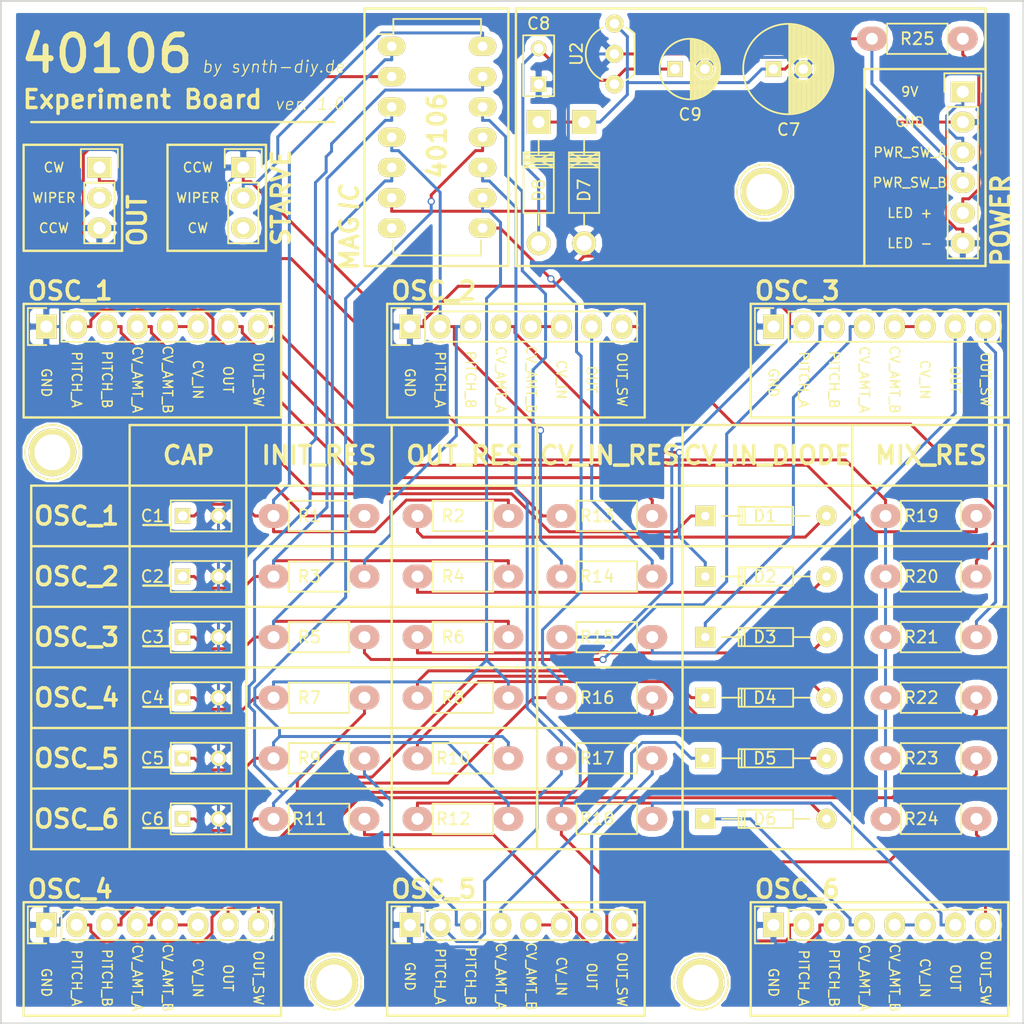
<source format=kicad_pcb>
(kicad_pcb (version 4) (host pcbnew 4.0.2+e4-6225~38~ubuntu14.04.1-stable)
  (layers (0 F.Cu signal) (31 B.Cu signal) (34 B.Paste user) (35 F.Paste user) (36 B.SilkS user) (37 F.SilkS user) (38 B.Mask user) (39 F.Mask user) (44 Edge.Cuts user))
  (net 0 "")
  (net 1 "Net-(C1-Pad1)")
  (net 2 GND)
  (net 3 "Net-(C2-Pad1)")
  (net 4 "Net-(C3-Pad1)")
  (net 5 "Net-(C4-Pad1)")
  (net 6 "Net-(C5-Pad1)")
  (net 7 "Net-(C6-Pad1)")
  (net 8 "Net-(IC1-Pad2)")
  (net 9 "Net-(IC1-Pad4)")
  (net 10 "Net-(IC1-Pad6)")
  (net 11 "Net-(IC1-Pad8)")
  (net 12 "Net-(IC1-Pad10)")
  (net 13 "Net-(IC1-Pad12)")
  (net 14 "Net-(P1-Pad3)")
  (net 15 "Net-(P1-Pad5)")
  (net 16 "Net-(P1-Pad7)")
  (net 17 "Net-(P1-Pad8)")
  (net 18 "Net-(P2-Pad3)")
  (net 19 "Net-(P2-Pad5)")
  (net 20 "Net-(P2-Pad7)")
  (net 21 "Net-(P2-Pad8)")
  (net 22 "Net-(P3-Pad3)")
  (net 23 "Net-(P3-Pad5)")
  (net 24 "Net-(P3-Pad7)")
  (net 25 "Net-(P3-Pad8)")
  (net 26 "Net-(P4-Pad3)")
  (net 27 "Net-(P4-Pad5)")
  (net 28 "Net-(P4-Pad7)")
  (net 29 "Net-(P4-Pad8)")
  (net 30 "Net-(P5-Pad3)")
  (net 31 "Net-(P5-Pad5)")
  (net 32 "Net-(P5-Pad7)")
  (net 33 "Net-(P5-Pad8)")
  (net 34 "Net-(P6-Pad3)")
  (net 35 "Net-(P6-Pad5)")
  (net 36 "Net-(P6-Pad7)")
  (net 37 "Net-(P6-Pad8)")
  (net 38 "Net-(P7-Pad1)")
  (net 39 "Net-(P9-Pad1)")
  (net 40 "Net-(IC1-Pad14)")
  (net 41 "Net-(P7-Pad5)")
  (net 42 5V)
  (net 43 "Net-(C7-Pad1)")
  (net 44 "Net-(D1-Pad2)")
  (net 45 "Net-(D1-Pad1)")
  (net 46 "Net-(D2-Pad2)")
  (net 47 "Net-(D2-Pad1)")
  (net 48 "Net-(D3-Pad2)")
  (net 49 "Net-(D3-Pad1)")
  (net 50 "Net-(D4-Pad2)")
  (net 51 "Net-(D4-Pad1)")
  (net 52 "Net-(D5-Pad2)")
  (net 53 "Net-(D5-Pad1)")
  (net 54 "Net-(D6-Pad2)")
  (net 55 "Net-(D6-Pad1)")
  (module synth-diy:Resistor_Horizontal_RM7mm_Wide (layer F.Cu) (at 98.298 73.66)
    (fp_text reference R21 (at 3 0) (layer F.SilkS))
    (fp_text value 100k hide)
    (pad 1 thru_hole oval (at 0 0) (size 2.5 2) (drill 1.00076) (layers *.Cu *.SilkS *.Mask) (net 39 "Net-(P9-Pad1)"))
    (pad 2 thru_hole oval (at 7.62 0) (size 2.5 2) (drill 1.00076) (layers *.Cu *.SilkS *.Mask) (net 25 "Net-(P3-Pad8)"))
  )
  (module synth-diy:Resistor_Horizontal_RM7mm_Wide (layer F.Cu) (at 104.775 23.495 180)
    (fp_text reference R25 (at 3.81 0 180) (layer F.SilkS))
    (fp_text value "470 Ohm" hide)
    (pad 1 thru_hole oval (at 0 0 180) (size 2.5 2) (drill 1.00076) (layers *.Cu *.SilkS *.Mask) (net 41 "Net-(P7-Pad5)"))
    (pad 2 thru_hole oval (at 7.62 0 180) (size 2.5 2) (drill 1.00076) (layers *.Cu *.SilkS *.Mask) (net 43 "Net-(C7-Pad1)"))
  )
  (module synth-diy:C_Rect_L4.5_W2.5_P3 (layer F.Cu) (at 39.37 63.5)
    (fp_text reference C1 (at -2.54 0) (layer F.SilkS))
    (fp_text value 0.1uF hide)
    (pad 1 thru_hole rect (at 0 0) (size 1.3 1.3) (drill 0.8) (layers *.Cu *.Mask F.SilkS) (net 1 "Net-(C1-Pad1)"))
    (pad 2 thru_hole circle (at 3 0) (size 1.3 1.3) (drill 0.8) (layers *.Cu *.Mask F.SilkS) (net 2 GND))
  )
  (module synth-diy:C_Rect_L4.5_W2.5_P3 (layer F.Cu) (at 69.215 27.305 90)
    (fp_text reference C8 (at 5.08 0 180) (layer F.SilkS))
    (fp_text value 0.1uF hide)
    (pad 1 thru_hole rect (at 0 0 90) (size 1.3 1.3) (drill 0.8) (layers *.Cu *.Mask F.SilkS) (net 2 GND))
    (pad 2 thru_hole circle (at 3 0 90) (size 1.3 1.3) (drill 0.8) (layers *.Cu *.Mask F.SilkS) (net 42 5V))
  )
  (module Diodes_ThroughHole:Diode_DO-35_SOD27_Horizontal_RM10 (layer F.Cu) (at 83.185 63.5)
    (fp_text reference D1 (at 5 0) (layer F.SilkS))
    (fp_text value 1N4148 hide)
    (pad 2 thru_hole circle (at 10.16052 -0.00254 180) (size 1.69926 1.69926) (drill 0.70104) (layers *.Cu *.Mask F.SilkS) (net 44 "Net-(D1-Pad2)"))
    (pad 1 thru_hole rect (at 0.00052 -0.00254 180) (size 1.69926 1.69926) (drill 0.70104) (layers *.Cu *.Mask F.SilkS) (net 45 "Net-(D1-Pad1)"))
  )
  (module Diodes_ThroughHole:Diode_DO-41_SOD81_Horizontal_RM10 (layer F.Cu) (at 73.025 30.48 270)
    (fp_text reference D7 (at 5.715 0 270) (layer F.SilkS))
    (fp_text value 1N4004 hide)
    (pad 2 thru_hole circle (at 10.16 -0.00254 90) (size 1.99898 1.99898) (drill 1.27) (layers *.Cu *.Mask F.SilkS) (net 2 GND))
    (pad 1 thru_hole rect (at 0 -0.00254 90) (size 1.99898 1.99898) (drill 1.00076) (layers *.Cu *.Mask F.SilkS) (net 43 "Net-(C7-Pad1)"))
  )
  (module Diodes_ThroughHole:Diode_DO-41_SOD81_Horizontal_RM10 (layer F.Cu) (at 69.215 30.48 270)
    (fp_text reference D8 (at 5.715 0 270) (layer F.SilkS))
    (fp_text value 1N4004 hide)
    (pad 2 thru_hole circle (at 10.16 -0.00254 90) (size 1.99898 1.99898) (drill 1.27) (layers *.Cu *.Mask F.SilkS) (net 42 5V))
    (pad 1 thru_hole rect (at 0 -0.00254 90) (size 1.99898 1.99898) (drill 1.00076) (layers *.Cu *.Mask F.SilkS) (net 43 "Net-(C7-Pad1)"))
  )
  (module Housings_DIP:DIP-14_W7.62mm_LongPads (layer F.Cu) (at 56.896 24.13)
    (fp_text reference IC1 hide)
    (fp_text value 40106 (at 3.8 7.5 90) (layer F.SilkS) (effects (font (size 1.5 1.5) (thickness 0.3))))
    (pad 1 thru_hole oval (at 0 0) (size 2.3 1.6) (drill 0.8) (layers *.Cu *.Mask F.SilkS) (net 1 "Net-(C1-Pad1)"))
    (pad 2 thru_hole oval (at 0 2.54) (size 2.3 1.6) (drill 0.8) (layers *.Cu *.Mask F.SilkS) (net 8 "Net-(IC1-Pad2)"))
    (pad 3 thru_hole oval (at 0 5.08) (size 2.3 1.6) (drill 0.8) (layers *.Cu *.Mask F.SilkS) (net 3 "Net-(C2-Pad1)"))
    (pad 4 thru_hole oval (at 0 7.62) (size 2.3 1.6) (drill 0.8) (layers *.Cu *.Mask F.SilkS) (net 9 "Net-(IC1-Pad4)"))
    (pad 5 thru_hole oval (at 0 10.16) (size 2.3 1.6) (drill 0.8) (layers *.Cu *.Mask F.SilkS) (net 4 "Net-(C3-Pad1)"))
    (pad 6 thru_hole oval (at 0 12.7) (size 2.3 1.6) (drill 0.8) (layers *.Cu *.Mask F.SilkS) (net 10 "Net-(IC1-Pad6)"))
    (pad 7 thru_hole oval (at 0 15.24) (size 2.3 1.6) (drill 0.8) (layers *.Cu *.Mask F.SilkS))
    (pad 8 thru_hole oval (at 7.62 15.24) (size 2.3 1.6) (drill 0.8) (layers *.Cu *.Mask F.SilkS) (net 11 "Net-(IC1-Pad8)"))
    (pad 9 thru_hole oval (at 7.62 12.7) (size 2.3 1.6) (drill 0.8) (layers *.Cu *.Mask F.SilkS) (net 5 "Net-(C4-Pad1)"))
    (pad 10 thru_hole oval (at 7.62 10.16) (size 2.3 1.6) (drill 0.8) (layers *.Cu *.Mask F.SilkS) (net 12 "Net-(IC1-Pad10)"))
    (pad 11 thru_hole oval (at 7.62 7.62) (size 2.3 1.6) (drill 0.8) (layers *.Cu *.Mask F.SilkS) (net 6 "Net-(C5-Pad1)"))
    (pad 12 thru_hole oval (at 7.62 5.08) (size 2.3 1.6) (drill 0.8) (layers *.Cu *.Mask F.SilkS) (net 13 "Net-(IC1-Pad12)"))
    (pad 13 thru_hole oval (at 7.62 2.54) (size 2.3 1.6) (drill 0.8) (layers *.Cu *.Mask F.SilkS) (net 7 "Net-(C6-Pad1)"))
    (pad 14 thru_hole oval (at 7.62 0) (size 2.3 1.6) (drill 0.8) (layers *.Cu *.Mask F.SilkS) (net 40 "Net-(IC1-Pad14)"))
  )
  (module synth-diy:Resistor_Horizontal_RM7mm_Wide (layer F.Cu) (at 59.055 63.5)
    (fp_text reference R2 (at 3 0) (layer F.SilkS))
    (fp_text value 1k hide)
    (pad 1 thru_hole oval (at 0 0) (size 2.5 2) (drill 1.00076) (layers *.Cu *.SilkS *.Mask) (net 44 "Net-(D1-Pad2)"))
    (pad 2 thru_hole oval (at 7.62 0) (size 2.5 2) (drill 1.00076) (layers *.Cu *.SilkS *.Mask) (net 1 "Net-(C1-Pad1)"))
  )
  (module synth-diy:Resistor_Horizontal_RM7mm_Wide (layer F.Cu) (at 71.12 63.5)
    (fp_text reference R13 (at 3 0) (layer F.SilkS))
    (fp_text value 1k hide)
    (pad 1 thru_hole oval (at 0 0) (size 2.5 2) (drill 1.00076) (layers *.Cu *.SilkS *.Mask) (net 8 "Net-(IC1-Pad2)"))
    (pad 2 thru_hole oval (at 7.62 0) (size 2.5 2) (drill 1.00076) (layers *.Cu *.SilkS *.Mask) (net 16 "Net-(P1-Pad7)"))
  )
  (module synth-diy:C_Rect_L4.5_W2.5_P3 (layer F.Cu) (at 39.37 68.58)
    (fp_text reference C2 (at -2.54 0) (layer F.SilkS))
    (fp_text value 0.1uF hide)
    (pad 1 thru_hole rect (at 0 0) (size 1.3 1.3) (drill 0.8) (layers *.Cu *.Mask F.SilkS) (net 3 "Net-(C2-Pad1)"))
    (pad 2 thru_hole circle (at 3 0) (size 1.3 1.3) (drill 0.8) (layers *.Cu *.Mask F.SilkS) (net 2 GND))
  )
  (module synth-diy:C_Rect_L4.5_W2.5_P3 (layer F.Cu) (at 39.37 73.66)
    (fp_text reference C3 (at -2.54 0) (layer F.SilkS))
    (fp_text value 0.1uF hide)
    (pad 1 thru_hole rect (at 0 0) (size 1.3 1.3) (drill 0.8) (layers *.Cu *.Mask F.SilkS) (net 4 "Net-(C3-Pad1)"))
    (pad 2 thru_hole circle (at 3 0) (size 1.3 1.3) (drill 0.8) (layers *.Cu *.Mask F.SilkS) (net 2 GND))
  )
  (module synth-diy:C_Rect_L4.5_W2.5_P3 (layer F.Cu) (at 39.37 78.74)
    (fp_text reference C4 (at -2.54 0) (layer F.SilkS))
    (fp_text value 0.1uF hide)
    (pad 1 thru_hole rect (at 0 0) (size 1.3 1.3) (drill 0.8) (layers *.Cu *.Mask F.SilkS) (net 5 "Net-(C4-Pad1)"))
    (pad 2 thru_hole circle (at 3 0) (size 1.3 1.3) (drill 0.8) (layers *.Cu *.Mask F.SilkS) (net 2 GND))
  )
  (module synth-diy:C_Rect_L4.5_W2.5_P3 (layer F.Cu) (at 39.37 83.82)
    (fp_text reference C5 (at -2.54 0) (layer F.SilkS))
    (fp_text value 0.1uF hide)
    (pad 1 thru_hole rect (at 0 0) (size 1.3 1.3) (drill 0.8) (layers *.Cu *.Mask F.SilkS) (net 6 "Net-(C5-Pad1)"))
    (pad 2 thru_hole circle (at 3 0) (size 1.3 1.3) (drill 0.8) (layers *.Cu *.Mask F.SilkS) (net 2 GND))
  )
  (module synth-diy:C_Rect_L4.5_W2.5_P3 (layer F.Cu) (at 39.37 88.9)
    (fp_text reference C6 (at -2.54 0) (layer F.SilkS))
    (fp_text value 0.1uF hide)
    (pad 1 thru_hole rect (at 0 0) (size 1.3 1.3) (drill 0.8) (layers *.Cu *.Mask F.SilkS) (net 7 "Net-(C6-Pad1)"))
    (pad 2 thru_hole circle (at 3 0) (size 1.3 1.3) (drill 0.8) (layers *.Cu *.Mask F.SilkS) (net 2 GND))
  )
  (module Diodes_ThroughHole:Diode_DO-35_SOD27_Horizontal_RM10 (layer F.Cu) (at 83.185 68.58)
    (fp_text reference D2 (at 5 0) (layer F.SilkS))
    (fp_text value 1N4148 hide)
    (pad 2 thru_hole circle (at 10.16052 -0.00254 180) (size 1.69926 1.69926) (drill 0.70104) (layers *.Cu *.Mask F.SilkS) (net 46 "Net-(D2-Pad2)"))
    (pad 1 thru_hole rect (at 0.00052 -0.00254 180) (size 1.69926 1.69926) (drill 0.70104) (layers *.Cu *.Mask F.SilkS) (net 47 "Net-(D2-Pad1)"))
  )
  (module Diodes_ThroughHole:Diode_DO-35_SOD27_Horizontal_RM10 (layer F.Cu) (at 83.185 73.66)
    (fp_text reference D3 (at 5 0) (layer F.SilkS))
    (fp_text value 1N4148 hide)
    (pad 2 thru_hole circle (at 10.16052 -0.00254 180) (size 1.69926 1.69926) (drill 0.70104) (layers *.Cu *.Mask F.SilkS) (net 48 "Net-(D3-Pad2)"))
    (pad 1 thru_hole rect (at 0.00052 -0.00254 180) (size 1.69926 1.69926) (drill 0.70104) (layers *.Cu *.Mask F.SilkS) (net 49 "Net-(D3-Pad1)"))
  )
  (module Diodes_ThroughHole:Diode_DO-35_SOD27_Horizontal_RM10 (layer F.Cu) (at 83.185 78.74)
    (fp_text reference D4 (at 5 0) (layer F.SilkS))
    (fp_text value 1N4148 hide)
    (pad 2 thru_hole circle (at 10.16052 -0.00254 180) (size 1.69926 1.69926) (drill 0.70104) (layers *.Cu *.Mask F.SilkS) (net 50 "Net-(D4-Pad2)"))
    (pad 1 thru_hole rect (at 0.00052 -0.00254 180) (size 1.69926 1.69926) (drill 0.70104) (layers *.Cu *.Mask F.SilkS) (net 51 "Net-(D4-Pad1)"))
  )
  (module Diodes_ThroughHole:Diode_DO-35_SOD27_Horizontal_RM10 (layer F.Cu) (at 83.185 83.82)
    (fp_text reference D5 (at 5 0) (layer F.SilkS))
    (fp_text value 1N4148 hide)
    (pad 2 thru_hole circle (at 10.16052 -0.00254 180) (size 1.69926 1.69926) (drill 0.70104) (layers *.Cu *.Mask F.SilkS) (net 52 "Net-(D5-Pad2)"))
    (pad 1 thru_hole rect (at 0.00052 -0.00254 180) (size 1.69926 1.69926) (drill 0.70104) (layers *.Cu *.Mask F.SilkS) (net 53 "Net-(D5-Pad1)"))
  )
  (module Diodes_ThroughHole:Diode_DO-35_SOD27_Horizontal_RM10 (layer F.Cu) (at 83.185 88.9)
    (fp_text reference D6 (at 5 0) (layer F.SilkS))
    (fp_text value 1N4148 hide)
    (pad 2 thru_hole circle (at 10.16052 -0.00254 180) (size 1.69926 1.69926) (drill 0.70104) (layers *.Cu *.Mask F.SilkS) (net 54 "Net-(D6-Pad2)"))
    (pad 1 thru_hole rect (at 0.00052 -0.00254 180) (size 1.69926 1.69926) (drill 0.70104) (layers *.Cu *.Mask F.SilkS) (net 55 "Net-(D6-Pad1)"))
  )
  (module Pin_Headers:Pin_Header_Straight_1x08 (layer F.Cu) (at 27.94 47.625 90)
    (fp_text reference P1 hide)
    (fp_text value OSC_1 (at 3 2 180) (layer F.SilkS) (effects (font (size 1.5 1.5) (thickness 0.3))))
    (pad 1 thru_hole rect (at 0 0 90) (size 2.032 1.7272) (drill 1.016) (layers *.Cu *.Mask F.SilkS) (net 2 GND))
    (pad 2 thru_hole oval (at 0 2.54 90) (size 2.032 1.7272) (drill 1.016) (layers *.Cu *.Mask F.SilkS) (net 8 "Net-(IC1-Pad2)"))
    (pad 3 thru_hole oval (at 0 5.08 90) (size 2.032 1.7272) (drill 1.016) (layers *.Cu *.Mask F.SilkS) (net 14 "Net-(P1-Pad3)"))
    (pad 4 thru_hole oval (at 0 7.62 90) (size 2.032 1.7272) (drill 1.016) (layers *.Cu *.Mask F.SilkS) (net 45 "Net-(D1-Pad1)"))
    (pad 5 thru_hole oval (at 0 10.16 90) (size 2.032 1.7272) (drill 1.016) (layers *.Cu *.Mask F.SilkS) (net 15 "Net-(P1-Pad5)"))
    (pad 6 thru_hole oval (at 0 12.7 90) (size 2.032 1.7272) (drill 1.016) (layers *.Cu *.Mask F.SilkS) (net 15 "Net-(P1-Pad5)"))
    (pad 7 thru_hole oval (at 0 15.24 90) (size 2.032 1.7272) (drill 1.016) (layers *.Cu *.Mask F.SilkS) (net 16 "Net-(P1-Pad7)"))
    (pad 8 thru_hole oval (at 0 17.78 90) (size 2.032 1.7272) (drill 1.016) (layers *.Cu *.Mask F.SilkS) (net 17 "Net-(P1-Pad8)"))
  )
  (module Pin_Headers:Pin_Header_Straight_1x08 (layer F.Cu) (at 58.42 47.625 90)
    (fp_text reference P2 hide)
    (fp_text value OSC_2 (at 3 2 180) (layer F.SilkS) (effects (font (size 1.5 1.5) (thickness 0.3))))
    (pad 1 thru_hole rect (at 0 0 90) (size 2.032 1.7272) (drill 1.016) (layers *.Cu *.Mask F.SilkS) (net 2 GND))
    (pad 2 thru_hole oval (at 0 2.54 90) (size 2.032 1.7272) (drill 1.016) (layers *.Cu *.Mask F.SilkS) (net 9 "Net-(IC1-Pad4)"))
    (pad 3 thru_hole oval (at 0 5.08 90) (size 2.032 1.7272) (drill 1.016) (layers *.Cu *.Mask F.SilkS) (net 18 "Net-(P2-Pad3)"))
    (pad 4 thru_hole oval (at 0 7.62 90) (size 2.032 1.7272) (drill 1.016) (layers *.Cu *.Mask F.SilkS) (net 47 "Net-(D2-Pad1)"))
    (pad 5 thru_hole oval (at 0 10.16 90) (size 2.032 1.7272) (drill 1.016) (layers *.Cu *.Mask F.SilkS) (net 19 "Net-(P2-Pad5)"))
    (pad 6 thru_hole oval (at 0 12.7 90) (size 2.032 1.7272) (drill 1.016) (layers *.Cu *.Mask F.SilkS) (net 19 "Net-(P2-Pad5)"))
    (pad 7 thru_hole oval (at 0 15.24 90) (size 2.032 1.7272) (drill 1.016) (layers *.Cu *.Mask F.SilkS) (net 20 "Net-(P2-Pad7)"))
    (pad 8 thru_hole oval (at 0 17.78 90) (size 2.032 1.7272) (drill 1.016) (layers *.Cu *.Mask F.SilkS) (net 21 "Net-(P2-Pad8)"))
  )
  (module Pin_Headers:Pin_Header_Straight_1x08 (layer F.Cu) (at 88.9 47.625 90)
    (fp_text reference P3 hide)
    (fp_text value OSC_3 (at 3 2 180) (layer F.SilkS) (effects (font (size 1.5 1.5) (thickness 0.3))))
    (pad 1 thru_hole rect (at 0 0 90) (size 2.032 1.7272) (drill 1.016) (layers *.Cu *.Mask F.SilkS) (net 2 GND))
    (pad 2 thru_hole oval (at 0 2.54 90) (size 2.032 1.7272) (drill 1.016) (layers *.Cu *.Mask F.SilkS) (net 10 "Net-(IC1-Pad6)"))
    (pad 3 thru_hole oval (at 0 5.08 90) (size 2.032 1.7272) (drill 1.016) (layers *.Cu *.Mask F.SilkS) (net 22 "Net-(P3-Pad3)"))
    (pad 4 thru_hole oval (at 0 7.62 90) (size 2.032 1.7272) (drill 1.016) (layers *.Cu *.Mask F.SilkS) (net 49 "Net-(D3-Pad1)"))
    (pad 5 thru_hole oval (at 0 10.16 90) (size 2.032 1.7272) (drill 1.016) (layers *.Cu *.Mask F.SilkS) (net 23 "Net-(P3-Pad5)"))
    (pad 6 thru_hole oval (at 0 12.7 90) (size 2.032 1.7272) (drill 1.016) (layers *.Cu *.Mask F.SilkS) (net 23 "Net-(P3-Pad5)"))
    (pad 7 thru_hole oval (at 0 15.24 90) (size 2.032 1.7272) (drill 1.016) (layers *.Cu *.Mask F.SilkS) (net 24 "Net-(P3-Pad7)"))
    (pad 8 thru_hole oval (at 0 17.78 90) (size 2.032 1.7272) (drill 1.016) (layers *.Cu *.Mask F.SilkS) (net 25 "Net-(P3-Pad8)"))
  )
  (module Pin_Headers:Pin_Header_Straight_1x08 (layer F.Cu) (at 27.94 97.79 90)
    (fp_text reference P4 hide)
    (fp_text value OSC_4 (at 3 2 180) (layer F.SilkS) (effects (font (size 1.5 1.5) (thickness 0.3))))
    (pad 1 thru_hole rect (at 0 0 90) (size 2.032 1.7272) (drill 1.016) (layers *.Cu *.Mask F.SilkS) (net 2 GND))
    (pad 2 thru_hole oval (at 0 2.54 90) (size 2.032 1.7272) (drill 1.016) (layers *.Cu *.Mask F.SilkS) (net 11 "Net-(IC1-Pad8)"))
    (pad 3 thru_hole oval (at 0 5.08 90) (size 2.032 1.7272) (drill 1.016) (layers *.Cu *.Mask F.SilkS) (net 26 "Net-(P4-Pad3)"))
    (pad 4 thru_hole oval (at 0 7.62 90) (size 2.032 1.7272) (drill 1.016) (layers *.Cu *.Mask F.SilkS) (net 51 "Net-(D4-Pad1)"))
    (pad 5 thru_hole oval (at 0 10.16 90) (size 2.032 1.7272) (drill 1.016) (layers *.Cu *.Mask F.SilkS) (net 27 "Net-(P4-Pad5)"))
    (pad 6 thru_hole oval (at 0 12.7 90) (size 2.032 1.7272) (drill 1.016) (layers *.Cu *.Mask F.SilkS) (net 27 "Net-(P4-Pad5)"))
    (pad 7 thru_hole oval (at 0 15.24 90) (size 2.032 1.7272) (drill 1.016) (layers *.Cu *.Mask F.SilkS) (net 28 "Net-(P4-Pad7)"))
    (pad 8 thru_hole oval (at 0 17.78 90) (size 2.032 1.7272) (drill 1.016) (layers *.Cu *.Mask F.SilkS) (net 29 "Net-(P4-Pad8)"))
  )
  (module Pin_Headers:Pin_Header_Straight_1x08 (layer F.Cu) (at 58.42 97.79 90)
    (fp_text reference P5 hide)
    (fp_text value OSC_5 (at 3 2 180) (layer F.SilkS) (effects (font (size 1.5 1.5) (thickness 0.3))))
    (pad 1 thru_hole rect (at 0 0 90) (size 2.032 1.7272) (drill 1.016) (layers *.Cu *.Mask F.SilkS) (net 2 GND))
    (pad 2 thru_hole oval (at 0 2.54 90) (size 2.032 1.7272) (drill 1.016) (layers *.Cu *.Mask F.SilkS) (net 12 "Net-(IC1-Pad10)"))
    (pad 3 thru_hole oval (at 0 5.08 90) (size 2.032 1.7272) (drill 1.016) (layers *.Cu *.Mask F.SilkS) (net 30 "Net-(P5-Pad3)"))
    (pad 4 thru_hole oval (at 0 7.62 90) (size 2.032 1.7272) (drill 1.016) (layers *.Cu *.Mask F.SilkS) (net 53 "Net-(D5-Pad1)"))
    (pad 5 thru_hole oval (at 0 10.16 90) (size 2.032 1.7272) (drill 1.016) (layers *.Cu *.Mask F.SilkS) (net 31 "Net-(P5-Pad5)"))
    (pad 6 thru_hole oval (at 0 12.7 90) (size 2.032 1.7272) (drill 1.016) (layers *.Cu *.Mask F.SilkS) (net 31 "Net-(P5-Pad5)"))
    (pad 7 thru_hole oval (at 0 15.24 90) (size 2.032 1.7272) (drill 1.016) (layers *.Cu *.Mask F.SilkS) (net 32 "Net-(P5-Pad7)"))
    (pad 8 thru_hole oval (at 0 17.78 90) (size 2.032 1.7272) (drill 1.016) (layers *.Cu *.Mask F.SilkS) (net 33 "Net-(P5-Pad8)"))
  )
  (module Pin_Headers:Pin_Header_Straight_1x08 (layer F.Cu) (at 88.9 97.79 90)
    (fp_text reference P6 hide)
    (fp_text value OSC_6 (at 3 2 180) (layer F.SilkS) (effects (font (size 1.5 1.5) (thickness 0.3))))
    (pad 1 thru_hole rect (at 0 0 90) (size 2.032 1.7272) (drill 1.016) (layers *.Cu *.Mask F.SilkS) (net 2 GND))
    (pad 2 thru_hole oval (at 0 2.54 90) (size 2.032 1.7272) (drill 1.016) (layers *.Cu *.Mask F.SilkS) (net 13 "Net-(IC1-Pad12)"))
    (pad 3 thru_hole oval (at 0 5.08 90) (size 2.032 1.7272) (drill 1.016) (layers *.Cu *.Mask F.SilkS) (net 34 "Net-(P6-Pad3)"))
    (pad 4 thru_hole oval (at 0 7.62 90) (size 2.032 1.7272) (drill 1.016) (layers *.Cu *.Mask F.SilkS) (net 55 "Net-(D6-Pad1)"))
    (pad 5 thru_hole oval (at 0 10.16 90) (size 2.032 1.7272) (drill 1.016) (layers *.Cu *.Mask F.SilkS) (net 35 "Net-(P6-Pad5)"))
    (pad 6 thru_hole oval (at 0 12.7 90) (size 2.032 1.7272) (drill 1.016) (layers *.Cu *.Mask F.SilkS) (net 35 "Net-(P6-Pad5)"))
    (pad 7 thru_hole oval (at 0 15.24 90) (size 2.032 1.7272) (drill 1.016) (layers *.Cu *.Mask F.SilkS) (net 36 "Net-(P6-Pad7)"))
    (pad 8 thru_hole oval (at 0 17.78 90) (size 2.032 1.7272) (drill 1.016) (layers *.Cu *.Mask F.SilkS) (net 37 "Net-(P6-Pad8)"))
  )
  (module Pin_Headers:Pin_Header_Straight_1x03 (layer F.Cu) (at 44.45 34.29)
    (fp_text reference P8 hide)
    (fp_text value STARVE (at 3.175 2.54 90) (layer F.SilkS) (effects (font (size 1.5 1.5) (thickness 0.3))))
    (pad 1 thru_hole rect (at 0 0) (size 2.032 1.7272) (drill 1.016) (layers *.Cu *.Mask F.SilkS) (net 2 GND))
    (pad 2 thru_hole oval (at 0 2.54) (size 2.032 1.7272) (drill 1.016) (layers *.Cu *.Mask F.SilkS) (net 40 "Net-(IC1-Pad14)"))
    (pad 3 thru_hole oval (at 0 5.08) (size 2.032 1.7272) (drill 1.016) (layers *.Cu *.Mask F.SilkS))
  )
  (module Pin_Headers:Pin_Header_Straight_1x03 (layer F.Cu) (at 32.385 34.29)
    (fp_text reference P9 hide)
    (fp_text value OUT (at 3.175 4.445 90) (layer F.SilkS) (effects (font (size 1.5 1.5) (thickness 0.3))))
    (pad 1 thru_hole rect (at 0 0) (size 2.032 1.7272) (drill 1.016) (layers *.Cu *.Mask F.SilkS) (net 39 "Net-(P9-Pad1)"))
    (pad 2 thru_hole oval (at 0 2.54) (size 2.032 1.7272) (drill 1.016) (layers *.Cu *.Mask F.SilkS))
    (pad 3 thru_hole oval (at 0 5.08) (size 2.032 1.7272) (drill 1.016) (layers *.Cu *.Mask F.SilkS) (net 2 GND))
  )
  (module synth-diy:Resistor_Horizontal_RM7mm_Wide (layer F.Cu) (at 46.99 63.5)
    (fp_text reference R1 (at 3 0) (layer F.SilkS))
    (fp_text value 4.7k hide)
    (pad 1 thru_hole oval (at 0 0) (size 2.5 2) (drill 1.00076) (layers *.Cu *.SilkS *.Mask) (net 1 "Net-(C1-Pad1)"))
    (pad 2 thru_hole oval (at 7.62 0) (size 2.5 2) (drill 1.00076) (layers *.Cu *.SilkS *.Mask) (net 14 "Net-(P1-Pad3)"))
  )
  (module synth-diy:Resistor_Horizontal_RM7mm_Wide (layer F.Cu) (at 46.99 68.58)
    (fp_text reference R3 (at 3 0) (layer F.SilkS))
    (fp_text value 4.7k hide)
    (pad 1 thru_hole oval (at 0 0) (size 2.5 2) (drill 1.00076) (layers *.Cu *.SilkS *.Mask) (net 3 "Net-(C2-Pad1)"))
    (pad 2 thru_hole oval (at 7.62 0) (size 2.5 2) (drill 1.00076) (layers *.Cu *.SilkS *.Mask) (net 18 "Net-(P2-Pad3)"))
  )
  (module synth-diy:Resistor_Horizontal_RM7mm_Wide (layer F.Cu) (at 59.055 68.58)
    (fp_text reference R4 (at 3 0) (layer F.SilkS))
    (fp_text value 1k hide)
    (pad 1 thru_hole oval (at 0 0) (size 2.5 2) (drill 1.00076) (layers *.Cu *.SilkS *.Mask) (net 46 "Net-(D2-Pad2)"))
    (pad 2 thru_hole oval (at 7.62 0) (size 2.5 2) (drill 1.00076) (layers *.Cu *.SilkS *.Mask) (net 3 "Net-(C2-Pad1)"))
  )
  (module synth-diy:Resistor_Horizontal_RM7mm_Wide (layer F.Cu) (at 46.99 73.66)
    (fp_text reference R5 (at 3 0) (layer F.SilkS))
    (fp_text value 4.7k hide)
    (pad 1 thru_hole oval (at 0 0) (size 2.5 2) (drill 1.00076) (layers *.Cu *.SilkS *.Mask) (net 4 "Net-(C3-Pad1)"))
    (pad 2 thru_hole oval (at 7.62 0) (size 2.5 2) (drill 1.00076) (layers *.Cu *.SilkS *.Mask) (net 22 "Net-(P3-Pad3)"))
  )
  (module synth-diy:Resistor_Horizontal_RM7mm_Wide (layer F.Cu) (at 59.055 73.66)
    (fp_text reference R6 (at 3 0) (layer F.SilkS))
    (fp_text value 1k hide)
    (pad 1 thru_hole oval (at 0 0) (size 2.5 2) (drill 1.00076) (layers *.Cu *.SilkS *.Mask) (net 48 "Net-(D3-Pad2)"))
    (pad 2 thru_hole oval (at 7.62 0) (size 2.5 2) (drill 1.00076) (layers *.Cu *.SilkS *.Mask) (net 4 "Net-(C3-Pad1)"))
  )
  (module synth-diy:Resistor_Horizontal_RM7mm_Wide (layer F.Cu) (at 46.99 78.74)
    (fp_text reference R7 (at 3 0) (layer F.SilkS))
    (fp_text value 4.7k hide)
    (pad 1 thru_hole oval (at 0 0) (size 2.5 2) (drill 1.00076) (layers *.Cu *.SilkS *.Mask) (net 5 "Net-(C4-Pad1)"))
    (pad 2 thru_hole oval (at 7.62 0) (size 2.5 2) (drill 1.00076) (layers *.Cu *.SilkS *.Mask) (net 26 "Net-(P4-Pad3)"))
  )
  (module synth-diy:Resistor_Horizontal_RM7mm_Wide (layer F.Cu) (at 59.055 78.74)
    (fp_text reference R8 (at 3 0) (layer F.SilkS))
    (fp_text value 1k hide)
    (pad 1 thru_hole oval (at 0 0) (size 2.5 2) (drill 1.00076) (layers *.Cu *.SilkS *.Mask) (net 50 "Net-(D4-Pad2)"))
    (pad 2 thru_hole oval (at 7.62 0) (size 2.5 2) (drill 1.00076) (layers *.Cu *.SilkS *.Mask) (net 5 "Net-(C4-Pad1)"))
  )
  (module synth-diy:Resistor_Horizontal_RM7mm_Wide (layer F.Cu) (at 46.99 83.82)
    (fp_text reference R9 (at 3 0) (layer F.SilkS))
    (fp_text value 4.7k hide)
    (pad 1 thru_hole oval (at 0 0) (size 2.5 2) (drill 1.00076) (layers *.Cu *.SilkS *.Mask) (net 6 "Net-(C5-Pad1)"))
    (pad 2 thru_hole oval (at 7.62 0) (size 2.5 2) (drill 1.00076) (layers *.Cu *.SilkS *.Mask) (net 30 "Net-(P5-Pad3)"))
  )
  (module synth-diy:Resistor_Horizontal_RM7mm_Wide (layer F.Cu) (at 59.055 83.82)
    (fp_text reference R10 (at 3 0) (layer F.SilkS))
    (fp_text value 1k hide)
    (pad 1 thru_hole oval (at 0 0) (size 2.5 2) (drill 1.00076) (layers *.Cu *.SilkS *.Mask) (net 52 "Net-(D5-Pad2)"))
    (pad 2 thru_hole oval (at 7.62 0) (size 2.5 2) (drill 1.00076) (layers *.Cu *.SilkS *.Mask) (net 6 "Net-(C5-Pad1)"))
  )
  (module synth-diy:Resistor_Horizontal_RM7mm_Wide (layer F.Cu) (at 46.99 88.9)
    (fp_text reference R11 (at 3 0) (layer F.SilkS))
    (fp_text value 4.7k hide)
    (pad 1 thru_hole oval (at 0 0) (size 2.5 2) (drill 1.00076) (layers *.Cu *.SilkS *.Mask) (net 7 "Net-(C6-Pad1)"))
    (pad 2 thru_hole oval (at 7.62 0) (size 2.5 2) (drill 1.00076) (layers *.Cu *.SilkS *.Mask) (net 34 "Net-(P6-Pad3)"))
  )
  (module synth-diy:Resistor_Horizontal_RM7mm_Wide (layer F.Cu) (at 59.055 88.9)
    (fp_text reference R12 (at 3 0) (layer F.SilkS))
    (fp_text value 1k hide)
    (pad 1 thru_hole oval (at 0 0) (size 2.5 2) (drill 1.00076) (layers *.Cu *.SilkS *.Mask) (net 54 "Net-(D6-Pad2)"))
    (pad 2 thru_hole oval (at 7.62 0) (size 2.5 2) (drill 1.00076) (layers *.Cu *.SilkS *.Mask) (net 7 "Net-(C6-Pad1)"))
  )
  (module synth-diy:Resistor_Horizontal_RM7mm_Wide (layer F.Cu) (at 71.12 68.58)
    (fp_text reference R14 (at 3 0) (layer F.SilkS))
    (fp_text value 1k hide)
    (pad 1 thru_hole oval (at 0 0) (size 2.5 2) (drill 1.00076) (layers *.Cu *.SilkS *.Mask) (net 9 "Net-(IC1-Pad4)"))
    (pad 2 thru_hole oval (at 7.62 0) (size 2.5 2) (drill 1.00076) (layers *.Cu *.SilkS *.Mask) (net 20 "Net-(P2-Pad7)"))
  )
  (module synth-diy:Resistor_Horizontal_RM7mm_Wide (layer F.Cu) (at 71.12 73.66)
    (fp_text reference R15 (at 3 0) (layer F.SilkS))
    (fp_text value 1k hide)
    (pad 1 thru_hole oval (at 0 0) (size 2.5 2) (drill 1.00076) (layers *.Cu *.SilkS *.Mask) (net 10 "Net-(IC1-Pad6)"))
    (pad 2 thru_hole oval (at 7.62 0) (size 2.5 2) (drill 1.00076) (layers *.Cu *.SilkS *.Mask) (net 24 "Net-(P3-Pad7)"))
  )
  (module synth-diy:Resistor_Horizontal_RM7mm_Wide (layer F.Cu) (at 71.12 78.74)
    (fp_text reference R16 (at 3 0) (layer F.SilkS))
    (fp_text value 1k hide)
    (pad 1 thru_hole oval (at 0 0) (size 2.5 2) (drill 1.00076) (layers *.Cu *.SilkS *.Mask) (net 11 "Net-(IC1-Pad8)"))
    (pad 2 thru_hole oval (at 7.62 0) (size 2.5 2) (drill 1.00076) (layers *.Cu *.SilkS *.Mask) (net 28 "Net-(P4-Pad7)"))
  )
  (module synth-diy:Resistor_Horizontal_RM7mm_Wide (layer F.Cu) (at 71.12 83.82)
    (fp_text reference R17 (at 3 0) (layer F.SilkS))
    (fp_text value 1k hide)
    (pad 1 thru_hole oval (at 0 0) (size 2.5 2) (drill 1.00076) (layers *.Cu *.SilkS *.Mask) (net 12 "Net-(IC1-Pad10)"))
    (pad 2 thru_hole oval (at 7.62 0) (size 2.5 2) (drill 1.00076) (layers *.Cu *.SilkS *.Mask) (net 32 "Net-(P5-Pad7)"))
  )
  (module synth-diy:Resistor_Horizontal_RM7mm_Wide (layer F.Cu) (at 71.12 88.9)
    (fp_text reference R18 (at 3 0) (layer F.SilkS))
    (fp_text value 1k hide)
    (pad 1 thru_hole oval (at 0 0) (size 2.5 2) (drill 1.00076) (layers *.Cu *.SilkS *.Mask) (net 13 "Net-(IC1-Pad12)"))
    (pad 2 thru_hole oval (at 7.62 0) (size 2.5 2) (drill 1.00076) (layers *.Cu *.SilkS *.Mask) (net 36 "Net-(P6-Pad7)"))
  )
  (module synth-diy:Resistor_Horizontal_RM7mm_Wide (layer F.Cu) (at 98.298 63.5)
    (fp_text reference R19 (at 3 0) (layer F.SilkS))
    (fp_text value 100k hide)
    (pad 1 thru_hole oval (at 0 0) (size 2.5 2) (drill 1.00076) (layers *.Cu *.SilkS *.Mask) (net 39 "Net-(P9-Pad1)"))
    (pad 2 thru_hole oval (at 7.62 0) (size 2.5 2) (drill 1.00076) (layers *.Cu *.SilkS *.Mask) (net 17 "Net-(P1-Pad8)"))
  )
  (module synth-diy:Resistor_Horizontal_RM7mm_Wide (layer F.Cu) (at 98.298 68.58)
    (fp_text reference R20 (at 3 0) (layer F.SilkS))
    (fp_text value 100k hide)
    (pad 1 thru_hole oval (at 0 0) (size 2.5 2) (drill 1.00076) (layers *.Cu *.SilkS *.Mask) (net 39 "Net-(P9-Pad1)"))
    (pad 2 thru_hole oval (at 7.62 0) (size 2.5 2) (drill 1.00076) (layers *.Cu *.SilkS *.Mask) (net 21 "Net-(P2-Pad8)"))
  )
  (module synth-diy:Resistor_Horizontal_RM7mm_Wide (layer F.Cu) (at 98.298 78.74)
    (fp_text reference R22 (at 3 0) (layer F.SilkS))
    (fp_text value 100k hide)
    (pad 1 thru_hole oval (at 0 0) (size 2.5 2) (drill 1.00076) (layers *.Cu *.SilkS *.Mask) (net 39 "Net-(P9-Pad1)"))
    (pad 2 thru_hole oval (at 7.62 0) (size 2.5 2) (drill 1.00076) (layers *.Cu *.SilkS *.Mask) (net 29 "Net-(P4-Pad8)"))
  )
  (module synth-diy:Resistor_Horizontal_RM7mm_Wide (layer F.Cu) (at 98.298 83.82)
    (fp_text reference R23 (at 3 0) (layer F.SilkS))
    (fp_text value 100k hide)
    (pad 1 thru_hole oval (at 0 0) (size 2.5 2) (drill 1.00076) (layers *.Cu *.SilkS *.Mask) (net 39 "Net-(P9-Pad1)"))
    (pad 2 thru_hole oval (at 7.62 0) (size 2.5 2) (drill 1.00076) (layers *.Cu *.SilkS *.Mask) (net 33 "Net-(P5-Pad8)"))
  )
  (module synth-diy:Resistor_Horizontal_RM7mm_Wide (layer F.Cu) (at 98.298 88.9)
    (fp_text reference R24 (at 3 0) (layer F.SilkS))
    (fp_text value 100k hide)
    (pad 1 thru_hole oval (at 0 0) (size 2.5 2) (drill 1.00076) (layers *.Cu *.SilkS *.Mask) (net 39 "Net-(P9-Pad1)"))
    (pad 2 thru_hole oval (at 7.62 0) (size 2.5 2) (drill 1.00076) (layers *.Cu *.SilkS *.Mask) (net 37 "Net-(P6-Pad8)"))
  )
  (module Pin_Headers:Pin_Header_Straight_1x06 (layer F.Cu) (at 104.775 27.94)
    (fp_text reference P7 hide)
    (fp_text value POWER (at 3.175 10.795 270) (layer F.SilkS) (effects (font (size 1.5 1.5) (thickness 0.3))))
    (pad 1 thru_hole rect (at 0 0) (size 2.032 1.7272) (drill 1.016) (layers *.Cu *.Mask F.SilkS) (net 38 "Net-(P7-Pad1)"))
    (pad 2 thru_hole oval (at 0 2.54) (size 2.032 1.7272) (drill 1.016) (layers *.Cu *.Mask F.SilkS) (net 2 GND))
    (pad 3 thru_hole oval (at 0 5.08) (size 2.032 1.7272) (drill 1.016) (layers *.Cu *.Mask F.SilkS) (net 38 "Net-(P7-Pad1)"))
    (pad 4 thru_hole oval (at 0 7.62) (size 2.032 1.7272) (drill 1.016) (layers *.Cu *.Mask F.SilkS) (net 43 "Net-(C7-Pad1)"))
    (pad 5 thru_hole oval (at 0 10.16) (size 2.032 1.7272) (drill 1.016) (layers *.Cu *.Mask F.SilkS) (net 41 "Net-(P7-Pad5)"))
    (pad 6 thru_hole oval (at 0 12.7) (size 2.032 1.7272) (drill 1.016) (layers *.Cu *.Mask F.SilkS) (net 2 GND))
  )
  (module TO_SOT_Packages_THT:TO-92_Inline_Wide (layer F.Cu) (at 75.565 27.305 90)
    (fp_text reference U2 (at 2.54 -3.175 270) (layer F.SilkS))
    (fp_text value 78L05 hide)
    (pad 2 thru_hole circle (at 2.54 0 180) (size 1.524 1.524) (drill 0.8) (layers *.Cu *.Mask F.SilkS) (net 2 GND))
    (pad 3 thru_hole circle (at 5.08 0 180) (size 1.524 1.524) (drill 0.8) (layers *.Cu *.Mask F.SilkS) (net 43 "Net-(C7-Pad1)"))
    (pad 1 thru_hole circle (at 0 0 180) (size 1.524 1.524) (drill 0.8) (layers *.Cu *.Mask F.SilkS) (net 42 5V))
  )
  (module Capacitors_ThroughHole:C_Radial_D7.5_L11.2_P2.5 (layer F.Cu) (at 88.9 26.035)
    (fp_text reference C7 (at 1.27 5.08) (layer F.SilkS))
    (fp_text value 220uF hide)
    (pad 2 thru_hole circle (at 2.5 0) (size 1.5 1.5) (drill 0.8) (layers *.Cu *.Mask F.SilkS) (net 2 GND))
    (pad 1 thru_hole rect (at 0 0) (size 1.3 1.3) (drill 0.8) (layers *.Cu *.Mask F.SilkS) (net 43 "Net-(C7-Pad1)"))
  )
  (module Capacitors_ThroughHole:C_Radial_D5_L11_P2.5 (layer F.Cu) (at 80.645 26.035)
    (fp_text reference C9 (at 1.27 3.81) (layer F.SilkS))
    (fp_text value 47uF hide)
    (pad 1 thru_hole rect (at 0 0) (size 1.3 1.3) (drill 0.8) (layers *.Cu *.Mask F.SilkS) (net 42 5V))
    (pad 2 thru_hole circle (at 2.5 0) (size 1.5 1.5) (drill 0.8) (layers *.Cu *.Mask F.SilkS) (net 2 GND))
  )
  (module Connect:1pin (layer F.Cu) (at 82.804 102.616)
    (fp_text reference H1 hide)
    (fp_text value 1pin hide)
    (pad 1 thru_hole circle (at 0 0) (size 4 4) (drill 3) (layers *.Cu *.Mask F.SilkS))
  )
  (module Connect:1pin (layer F.Cu) (at 52.07 102.616)
    (fp_text reference H2 hide)
    (fp_text value 1pin hide)
    (pad 1 thru_hole circle (at 0 0) (size 4 4) (drill 3) (layers *.Cu *.Mask F.SilkS))
  )
  (module Connect:1pin (layer F.Cu) (at 88.138 36.322)
    (fp_text reference H3 hide)
    (fp_text value 1pin hide)
    (pad 1 thru_hole circle (at 0 0) (size 4 4) (drill 3) (layers *.Cu *.Mask F.SilkS))
  )
  (module Connect:1pin (layer F.Cu) (at 28.448 58.166)
    (fp_text reference H4 hide)
    (fp_text value 1pin hide)
    (pad 1 thru_hole circle (at 0 0) (size 4 4) (drill 3) (layers *.Cu *.Mask F.SilkS))
  )
  (gr_line (start 107.95 86.36) (end 108.585 86.36) (angle 90) (layer F.SilkS) (width 0.2))
  (gr_line (start 108.585 81.28) (end 107.95 81.28) (angle 90) (layer F.SilkS) (width 0.2))
  (gr_line (start 107.95 76.2) (end 108.585 76.2) (angle 90) (layer F.SilkS) (width 0.2))
  (gr_line (start 107.95 71.12) (end 108.585 71.12) (angle 90) (layer F.SilkS) (width 0.2))
  (gr_line (start 107.95 66.04) (end 108.585 66.04) (angle 90) (layer F.SilkS) (width 0.2))
  (gr_line (start 108.585 60.96) (end 108.585 66.04) (angle 90) (layer F.SilkS) (width 0.2))
  (gr_line (start 107.95 60.96) (end 108.585 60.96) (angle 90) (layer F.SilkS) (width 0.2))
  (gr_line (start 108.585 91.44) (end 107.95 91.44) (angle 90) (layer F.SilkS) (width 0.2))
  (gr_line (start 108.585 55.88) (end 108.585 91.44) (angle 90) (layer F.SilkS) (width 0.2))
  (gr_line (start 107.95 55.88) (end 108.585 55.88) (angle 90) (layer F.SilkS) (width 0.2))
  (gr_line (start 109.855 20.32) (end 24.13 20.32) (angle 90) (layer Edge.Cuts) (width 0.15))
  (gr_line (start 109.855 106.045) (end 109.855 20.32) (angle 90) (layer Edge.Cuts) (width 0.15))
  (gr_line (start 24.13 106.045) (end 109.855 106.045) (angle 90) (layer Edge.Cuts) (width 0.15))
  (gr_line (start 24.13 20.32) (end 24.13 106.045) (angle 90) (layer Edge.Cuts) (width 0.15))
  (gr_text IC (at 53.34 36.83 90) (layer F.SilkS) (effects (font (size 1.5 1.5) (thickness 0.3) italic)))
  (gr_line (start 106.68 20.955) (end 106.68 21.59) (angle 90) (layer F.SilkS) (width 0.2))
  (gr_line (start 67.31 20.955) (end 106.68 20.955) (angle 90) (layer F.SilkS) (width 0.2))
  (gr_line (start 67.31 21.59) (end 67.31 20.955) (angle 90) (layer F.SilkS) (width 0.2))
  (gr_line (start 66.675 20.955) (end 66.675 21.59) (angle 90) (layer F.SilkS) (width 0.2))
  (gr_line (start 54.61 20.955) (end 66.675 20.955) (angle 90) (layer F.SilkS) (width 0.2))
  (gr_line (start 54.61 21.59) (end 54.61 20.955) (angle 90) (layer F.SilkS) (width 0.2))
  (gr_text MAG (at 53.34 40.64 90) (layer F.SilkS) (effects (font (size 1.5 1.5) (thickness 0.3))))
  (gr_line (start 54.61 42.545) (end 66.675 42.545) (angle 90) (layer F.SilkS) (width 0.2))
  (gr_line (start 54.61 21.59) (end 54.61 42.545) (angle 90) (layer F.SilkS) (width 0.2))
  (gr_line (start 66.675 42.545) (end 66.675 21.59) (angle 90) (layer F.SilkS) (width 0.2))
  (gr_line (start 95.504 55.88) (end 95.504 91.44) (angle 90) (layer F.SilkS) (width 0.2))
  (gr_line (start 81.28 55.88) (end 81.28 91.44) (angle 90) (layer F.SilkS) (width 0.2))
  (gr_line (start 69.088 55.88) (end 69.088 91.44) (angle 90) (layer F.SilkS) (width 0.2))
  (gr_line (start 56.896 55.88) (end 56.896 91.44) (angle 90) (layer F.SilkS) (width 0.2))
  (gr_line (start 44.704 55.88) (end 44.704 91.44) (angle 90) (layer F.SilkS) (width 0.2))
  (gr_line (start 34.925 55.88) (end 107.95 55.88) (angle 90) (layer F.SilkS) (width 0.2))
  (gr_line (start 34.925 60.96) (end 34.925 55.88) (angle 90) (layer F.SilkS) (width 0.2))
  (gr_line (start 34.925 60.96) (end 34.925 91.44) (angle 90) (layer F.SilkS) (width 0.2))
  (gr_line (start 36.068 89.662) (end 38.354 89.662) (angle 90) (layer F.SilkS) (width 0.2))
  (gr_line (start 36.068 84.582) (end 38.354 84.582) (angle 90) (layer F.SilkS) (width 0.2))
  (gr_line (start 38.354 79.502) (end 38.354 79.756) (angle 90) (layer F.SilkS) (width 0.2))
  (gr_line (start 36.068 79.502) (end 38.354 79.502) (angle 90) (layer F.SilkS) (width 0.2))
  (gr_line (start 36.068 74.422) (end 38.354 74.422) (angle 90) (layer F.SilkS) (width 0.2))
  (gr_line (start 36.068 69.342) (end 38.354 69.342) (angle 90) (layer F.SilkS) (width 0.2))
  (gr_line (start 36.068 64.262) (end 38.354 64.262) (angle 90) (layer F.SilkS) (width 0.2))
  (gr_line (start 106.68 21.59) (end 106.68 26.035) (angle 90) (layer F.SilkS) (width 0.2))
  (gr_line (start 67.31 42.545) (end 67.31 21.59) (angle 90) (layer F.SilkS) (width 0.2))
  (gr_line (start 96.52 42.545) (end 67.31 42.545) (angle 90) (layer F.SilkS) (width 0.2))
  (gr_line (start 26.035 41.275) (end 34.29 41.275) (angle 90) (layer F.SilkS) (width 0.2))
  (gr_line (start 26.035 32.385) (end 26.035 41.275) (angle 90) (layer F.SilkS) (width 0.2))
  (gr_line (start 34.29 32.385) (end 26.035 32.385) (angle 90) (layer F.SilkS) (width 0.2))
  (gr_line (start 34.29 41.275) (end 34.29 32.385) (angle 90) (layer F.SilkS) (width 0.2))
  (gr_text CW (at 28.575 34.29) (layer F.SilkS) (effects (font (size 0.8 0.8) (thickness 0.125))))
  (gr_text WIPER (at 28.575 36.83) (layer F.SilkS) (effects (font (size 0.8 0.8) (thickness 0.125))))
  (gr_text CCW (at 28.575 39.37) (layer F.SilkS) (effects (font (size 0.8 0.8) (thickness 0.125))))
  (gr_line (start 46.355 41.275) (end 46.355 32.385) (angle 90) (layer F.SilkS) (width 0.2))
  (gr_line (start 38.1 41.275) (end 46.355 41.275) (angle 90) (layer F.SilkS) (width 0.2))
  (gr_line (start 38.1 32.385) (end 38.1 41.275) (angle 90) (layer F.SilkS) (width 0.2))
  (gr_line (start 46.355 32.385) (end 38.1 32.385) (angle 90) (layer F.SilkS) (width 0.2))
  (gr_text CW (at 40.64 39.37) (layer F.SilkS) (effects (font (size 0.8 0.8) (thickness 0.125))))
  (gr_text WIPER (at 40.64 36.83) (layer F.SilkS) (effects (font (size 0.8 0.8) (thickness 0.125))))
  (gr_text CCW (at 40.64 34.29) (layer F.SilkS) (effects (font (size 0.8 0.8) (thickness 0.125))))
  (gr_line (start 96.52 26.035) (end 106.68 26.035) (angle 90) (layer F.SilkS) (width 0.2))
  (gr_line (start 96.52 42.545) (end 96.52 26.035) (angle 90) (layer F.SilkS) (width 0.2))
  (gr_line (start 106.68 42.545) (end 96.52 42.545) (angle 90) (layer F.SilkS) (width 0.2))
  (gr_line (start 106.68 26.035) (end 106.68 42.545) (angle 90) (layer F.SilkS) (width 0.2))
  (gr_text "LED +" (at 100.33 38.1) (layer F.SilkS) (effects (font (size 0.8 0.8) (thickness 0.125))))
  (gr_text PWR_SW_B (at 100.33 35.56) (layer F.SilkS) (effects (font (size 0.8 0.8) (thickness 0.125))))
  (gr_text PWR_SW_A (at 100.33 33.02) (layer F.SilkS) (effects (font (size 0.8 0.8) (thickness 0.125))))
  (gr_text 9V (at 100.33 27.94) (layer F.SilkS) (effects (font (size 0.8 0.8) (thickness 0.125))))
  (gr_text GND (at 100.33 30.48) (layer F.SilkS) (effects (font (size 0.8 0.8) (thickness 0.125))))
  (gr_text "LED -" (at 100.33 40.64) (layer F.SilkS) (effects (font (size 0.8 0.8) (thickness 0.125))))
  (gr_line (start 56.515 55.245) (end 56.515 45.72) (angle 90) (layer F.SilkS) (width 0.2))
  (gr_line (start 78.105 55.245) (end 56.515 55.245) (angle 90) (layer F.SilkS) (width 0.2))
  (gr_line (start 78.105 54.61) (end 78.105 55.245) (angle 90) (layer F.SilkS) (width 0.2))
  (gr_line (start 78.105 45.72) (end 78.105 54.61) (angle 90) (layer F.SilkS) (width 0.2))
  (gr_line (start 56.515 45.72) (end 78.105 45.72) (angle 90) (layer F.SilkS) (width 0.2))
  (gr_line (start 26.035 55.245) (end 26.035 45.72) (angle 90) (layer F.SilkS) (width 0.2))
  (gr_line (start 26.67 55.245) (end 26.035 55.245) (angle 90) (layer F.SilkS) (width 0.2))
  (gr_line (start 47.625 55.245) (end 26.67 55.245) (angle 90) (layer F.SilkS) (width 0.2))
  (gr_line (start 47.625 45.72) (end 47.625 55.245) (angle 90) (layer F.SilkS) (width 0.2))
  (gr_line (start 26.035 45.72) (end 47.625 45.72) (angle 90) (layer F.SilkS) (width 0.2))
  (gr_text GND (at 27.94 52.324 270) (layer F.SilkS) (effects (font (size 0.8 0.8) (thickness 0.125))))
  (gr_text OUT_SW (at 45.72 52.07 270) (layer F.SilkS) (effects (font (size 0.8 0.8) (thickness 0.125))))
  (gr_text OUT (at 43.18 52.07 270) (layer F.SilkS) (effects (font (size 0.8 0.8) (thickness 0.125))))
  (gr_text CV_IN (at 40.64 52.07 270) (layer F.SilkS) (effects (font (size 0.8 0.8) (thickness 0.125))))
  (gr_text CV_AMT_B (at 38.1 52.07 270) (layer F.SilkS) (effects (font (size 0.8 0.8) (thickness 0.125))))
  (gr_text CV_AMT_A (at 35.56 52.07 270) (layer F.SilkS) (effects (font (size 0.8 0.8) (thickness 0.125))))
  (gr_text PITCH_B (at 33.02 52.07 270) (layer F.SilkS) (effects (font (size 0.8 0.8) (thickness 0.125))))
  (gr_text PITCH_A (at 30.48 52.07 270) (layer F.SilkS) (effects (font (size 0.8 0.8) (thickness 0.125))))
  (gr_text GND (at 58.42 52.324 270) (layer F.SilkS) (effects (font (size 0.8 0.8) (thickness 0.125))))
  (gr_text OUT_SW (at 76.2 52.07 270) (layer F.SilkS) (effects (font (size 0.8 0.8) (thickness 0.125))))
  (gr_text OUT (at 73.66 52.07 270) (layer F.SilkS) (effects (font (size 0.8 0.8) (thickness 0.125))))
  (gr_text CV_IN (at 71.12 52.07 270) (layer F.SilkS) (effects (font (size 0.8 0.8) (thickness 0.125))))
  (gr_text CV_AMT_B (at 68.58 52.07 270) (layer F.SilkS) (effects (font (size 0.8 0.8) (thickness 0.125))))
  (gr_text CV_AMT_A (at 66.04 52.07 270) (layer F.SilkS) (effects (font (size 0.8 0.8) (thickness 0.125))))
  (gr_text PITCH_B (at 63.5 52.07 270) (layer F.SilkS) (effects (font (size 0.8 0.8) (thickness 0.125))))
  (gr_text PITCH_A (at 60.96 52.07 270) (layer F.SilkS) (effects (font (size 0.8 0.8) (thickness 0.125))))
  (gr_line (start 86.995 55.245) (end 86.995 45.72) (angle 90) (layer F.SilkS) (width 0.2))
  (gr_line (start 108.585 55.245) (end 86.995 55.245) (angle 90) (layer F.SilkS) (width 0.2))
  (gr_line (start 108.585 45.72) (end 108.585 55.245) (angle 90) (layer F.SilkS) (width 0.2))
  (gr_line (start 86.995 45.72) (end 108.585 45.72) (angle 90) (layer F.SilkS) (width 0.2))
  (gr_line (start 26.035 105.41) (end 26.035 95.885) (angle 90) (layer F.SilkS) (width 0.2))
  (gr_line (start 47.625 105.41) (end 26.035 105.41) (angle 90) (layer F.SilkS) (width 0.2))
  (gr_line (start 47.625 95.885) (end 47.625 105.41) (angle 90) (layer F.SilkS) (width 0.2))
  (gr_line (start 26.035 95.885) (end 47.625 95.885) (angle 90) (layer F.SilkS) (width 0.2))
  (gr_line (start 56.515 105.41) (end 56.515 95.885) (angle 90) (layer F.SilkS) (width 0.2))
  (gr_line (start 78.105 105.41) (end 56.515 105.41) (angle 90) (layer F.SilkS) (width 0.2))
  (gr_line (start 78.105 95.885) (end 78.105 105.41) (angle 90) (layer F.SilkS) (width 0.2))
  (gr_line (start 56.515 95.885) (end 78.105 95.885) (angle 90) (layer F.SilkS) (width 0.2))
  (gr_line (start 86.995 95.885) (end 108.585 95.885) (angle 90) (layer F.SilkS) (width 0.2))
  (gr_line (start 86.995 105.41) (end 86.995 95.885) (angle 90) (layer F.SilkS) (width 0.2))
  (gr_line (start 108.585 105.41) (end 86.995 105.41) (angle 90) (layer F.SilkS) (width 0.2))
  (gr_line (start 108.585 95.885) (end 108.585 105.41) (angle 90) (layer F.SilkS) (width 0.2))
  (gr_text PITCH_A (at 91.44 52.07 270) (layer F.SilkS) (effects (font (size 0.8 0.8) (thickness 0.125))))
  (gr_text PITCH_B (at 93.98 52.07 270) (layer F.SilkS) (effects (font (size 0.8 0.8) (thickness 0.125))))
  (gr_text CV_AMT_A (at 96.52 52.07 270) (layer F.SilkS) (effects (font (size 0.8 0.8) (thickness 0.125))))
  (gr_text CV_AMT_B (at 99.06 52.07 270) (layer F.SilkS) (effects (font (size 0.8 0.8) (thickness 0.125))))
  (gr_text CV_IN (at 101.6 52.07 270) (layer F.SilkS) (effects (font (size 0.8 0.8) (thickness 0.125))))
  (gr_text OUT (at 104.14 52.07 270) (layer F.SilkS) (effects (font (size 0.8 0.8) (thickness 0.125))))
  (gr_text OUT_SW (at 106.68 52.07 270) (layer F.SilkS) (effects (font (size 0.8 0.8) (thickness 0.125))))
  (gr_text GND (at 88.9 52.324 270) (layer F.SilkS) (effects (font (size 0.8 0.8) (thickness 0.125))))
  (gr_text PITCH_A (at 91.44 102.235 270) (layer F.SilkS) (effects (font (size 0.8 0.8) (thickness 0.125))))
  (gr_text PITCH_B (at 93.98 102.235 270) (layer F.SilkS) (effects (font (size 0.8 0.8) (thickness 0.125))))
  (gr_text CV_AMT_A (at 96.52 102.235 270) (layer F.SilkS) (effects (font (size 0.8 0.8) (thickness 0.125))))
  (gr_text CV_AMT_B (at 99.06 102.235 270) (layer F.SilkS) (effects (font (size 0.8 0.8) (thickness 0.125))))
  (gr_text CV_IN (at 101.6 102.235 270) (layer F.SilkS) (effects (font (size 0.8 0.8) (thickness 0.125))))
  (gr_text OUT (at 104.14 102.235 270) (layer F.SilkS) (effects (font (size 0.8 0.8) (thickness 0.125))))
  (gr_text OUT_SW (at 106.68 102.235 270) (layer F.SilkS) (effects (font (size 0.8 0.8) (thickness 0.125))))
  (gr_text GND (at 88.9 102.616 270) (layer F.SilkS) (effects (font (size 0.8 0.8) (thickness 0.125))))
  (gr_text PITCH_A (at 60.96 102.108 270) (layer F.SilkS) (effects (font (size 0.8 0.8) (thickness 0.125))))
  (gr_text PITCH_B (at 63.5 102.108 270) (layer F.SilkS) (effects (font (size 0.8 0.8) (thickness 0.125))))
  (gr_text CV_AMT_A (at 66.04 102.108 270) (layer F.SilkS) (effects (font (size 0.8 0.8) (thickness 0.125))))
  (gr_text CV_AMT_B (at 68.58 102.108 270) (layer F.SilkS) (effects (font (size 0.8 0.8) (thickness 0.125))))
  (gr_text CV_IN (at 71.12 102.108 270) (layer F.SilkS) (effects (font (size 0.8 0.8) (thickness 0.125))))
  (gr_text OUT (at 73.66 102.108 270) (layer F.SilkS) (effects (font (size 0.8 0.8) (thickness 0.125))))
  (gr_text OUT_SW (at 76.2 102.362 270) (layer F.SilkS) (effects (font (size 0.8 0.8) (thickness 0.125))))
  (gr_text GND (at 58.42 102.108 270) (layer F.SilkS) (effects (font (size 0.8 0.8) (thickness 0.125))))
  (gr_line (start 26.67 30.48) (end 52.07 30.48) (angle 90) (layer F.SilkS) (width 0.2))
  (gr_text GND (at 27.94 102.616 270) (layer F.SilkS) (effects (font (size 0.8 0.8) (thickness 0.125))))
  (gr_text OUT_SW (at 45.72 102.235 270) (layer F.SilkS) (effects (font (size 0.8 0.8) (thickness 0.125))))
  (gr_text OUT (at 43.18 102.235 270) (layer F.SilkS) (effects (font (size 0.8 0.8) (thickness 0.125))))
  (gr_text CV_IN (at 40.64 102.235 270) (layer F.SilkS) (effects (font (size 0.8 0.8) (thickness 0.125))))
  (gr_text CV_AMT_B (at 38.1 102.235 270) (layer F.SilkS) (effects (font (size 0.8 0.8) (thickness 0.125))))
  (gr_text CV_AMT_A (at 35.56 102.235 270) (layer F.SilkS) (effects (font (size 0.8 0.8) (thickness 0.125))))
  (gr_text "ver. 1.0" (at 50.038 28.956) (layer F.SilkS) (effects (font (size 1 1) (thickness 0.1) italic)))
  (gr_text PITCH_A (at 30.48 102.235 270) (layer F.SilkS) (effects (font (size 0.8 0.8) (thickness 0.125))))
  (gr_text PITCH_B (at 33.02 102.235 270) (layer F.SilkS) (effects (font (size 0.8 0.8) (thickness 0.125))))
  (gr_text "by synth-diy.de" (at 46.99 25.835) (layer F.SilkS) (effects (font (size 1 1) (thickness 0.1) italic)))
  (gr_text "Experiment Board" (at 36 28.575) (layer F.SilkS) (effects (font (size 1.5 1.5) (thickness 0.3))))
  (gr_text 40106 (at 33.02 24.765) (layer F.SilkS) (effects (font (size 3 3) (thickness 0.5))))
  (gr_text MIX_RES (at 102.108 58.42) (layer F.SilkS) (effects (font (size 1.5 1.5) (thickness 0.3))))
  (gr_text CV_IN_DIODE (at 88.392 58.42) (layer F.SilkS) (effects (font (size 1.5 1.5) (thickness 0.3))))
  (gr_text CV_IN_RES (at 75.184 58.42) (layer F.SilkS) (effects (font (size 1.5 1.5) (thickness 0.3))))
  (gr_text OUT_RES (at 62.992 58.42) (layer F.SilkS) (effects (font (size 1.5 1.5) (thickness 0.3))))
  (gr_text INIT_RES (at 50.8 58.42) (layer F.SilkS) (effects (font (size 1.5 1.5) (thickness 0.3))))
  (gr_text CAP (at 39.878 58.42) (layer F.SilkS) (effects (font (size 1.5 1.5) (thickness 0.3))))
  (gr_line (start 26.67 86.36) (end 107.95 86.36) (angle 90) (layer F.SilkS) (width 0.2))
  (gr_line (start 26.67 81.28) (end 26.67 80.01) (angle 90) (layer F.SilkS) (width 0.2))
  (gr_line (start 107.95 81.28) (end 26.67 81.28) (angle 90) (layer F.SilkS) (width 0.2))
  (gr_line (start 26.67 76.2) (end 107.95 76.2) (angle 90) (layer F.SilkS) (width 0.2))
  (gr_line (start 26.67 67.31) (end 26.67 66.04) (angle 90) (layer F.SilkS) (width 0.2))
  (gr_line (start 26.67 91.44) (end 26.67 71.12) (angle 90) (layer F.SilkS) (width 0.2))
  (gr_line (start 107.95 91.44) (end 26.67 91.44) (angle 90) (layer F.SilkS) (width 0.2))
  (gr_line (start 26.67 71.12) (end 107.95 71.12) (angle 90) (layer F.SilkS) (width 0.2))
  (gr_line (start 26.67 67.31) (end 26.67 71.12) (angle 90) (layer F.SilkS) (width 0.2))
  (gr_text OSC_6 (at 30.48 88.9) (layer F.SilkS) (effects (font (size 1.5 1.5) (thickness 0.3))))
  (gr_text OSC_5 (at 30.48 83.82) (layer F.SilkS) (effects (font (size 1.5 1.5) (thickness 0.3))))
  (gr_text OSC_4 (at 30.48 78.74) (layer F.SilkS) (effects (font (size 1.5 1.5) (thickness 0.3))))
  (gr_text OSC_3 (at 30.48 73.66) (layer F.SilkS) (effects (font (size 1.5 1.5) (thickness 0.3))))
  (gr_line (start 26.67 60.96) (end 26.67 62.23) (angle 90) (layer F.SilkS) (width 0.2))
  (gr_line (start 107.95 60.96) (end 26.67 60.96) (angle 90) (layer F.SilkS) (width 0.2))
  (gr_line (start 26.67 66.04) (end 107.95 66.04) (angle 90) (layer F.SilkS) (width 0.2))
  (gr_line (start 26.67 62.23) (end 26.67 66.04) (angle 90) (layer F.SilkS) (width 0.2))
  (gr_text OSC_2 (at 30.48 68.58) (layer F.SilkS) (effects (font (size 1.5 1.5) (thickness 0.3))))
  (gr_text OSC_1 (at 30.48 63.5) (layer F.SilkS) (effects (font (size 1.5 1.5) (thickness 0.3))))
  (segment (start 45.4147 63.5) (end 46.99 63.5) (width 0.25) (layer F.Cu) (net 1))
  (segment (start 44.4394 62.5247) (end 45.4147 63.5) (width 0.25) (layer F.Cu) (net 1))
  (segment (start 41.3206 62.5247) (end 44.4394 62.5247) (width 0.25) (layer F.Cu) (net 1))
  (segment (start 40.3453 63.5) (end 41.3206 62.5247) (width 0.25) (layer F.Cu) (net 1))
  (segment (start 39.37 63.5) (end 40.3453 63.5) (width 0.25) (layer F.Cu) (net 1))
  (segment (start 46.99 64.8253) (end 46.99 63.5) (width 0.25) (layer F.Cu) (net 1))
  (segment (start 55.4671 64.8253) (end 46.99 64.8253) (width 0.25) (layer F.Cu) (net 1))
  (segment (start 58.1177 62.1747) (end 55.4671 64.8253) (width 0.25) (layer F.Cu) (net 1))
  (segment (start 66.675 62.1747) (end 58.1177 62.1747) (width 0.25) (layer F.Cu) (net 1))
  (segment (start 66.675 63.5) (end 66.675 62.1747) (width 0.25) (layer F.Cu) (net 1))
  (segment (start 56.896 25.2553) (end 56.896 24.13) (width 0.25) (layer B.Cu) (net 1))
  (segment (start 56.3333 25.2553) (end 56.896 25.2553) (width 0.25) (layer B.Cu) (net 1))
  (segment (start 48.3153 33.2733) (end 56.3333 25.2553) (width 0.25) (layer B.Cu) (net 1))
  (segment (start 48.3153 60.8494) (end 48.3153 33.2733) (width 0.25) (layer B.Cu) (net 1))
  (segment (start 46.99 62.1747) (end 48.3153 60.8494) (width 0.25) (layer B.Cu) (net 1))
  (segment (start 46.99 63.5) (end 46.99 62.1747) (width 0.25) (layer B.Cu) (net 1))
  (segment (start 72.7303 24.765) (end 70.1903 27.305) (width 0.25) (layer B.Cu) (net 2))
  (segment (start 75.565 24.765) (end 72.7303 24.765) (width 0.25) (layer B.Cu) (net 2))
  (segment (start 69.215 27.305) (end 70.1903 27.305) (width 0.25) (layer B.Cu) (net 2))
  (segment (start 71.7026 28.8173) (end 70.1903 27.305) (width 0.25) (layer B.Cu) (net 2))
  (segment (start 71.7026 39.3151) (end 71.7026 28.8173) (width 0.25) (layer B.Cu) (net 2))
  (segment (start 73.0275 40.64) (end 71.7026 39.3151) (width 0.25) (layer B.Cu) (net 2))
  (segment (start 29.1289 50.2589) (end 42.37 63.5) (width 0.25) (layer B.Cu) (net 2))
  (segment (start 29.1289 47.625) (end 29.1289 50.2589) (width 0.25) (layer B.Cu) (net 2))
  (segment (start 27.94 47.625) (end 29.1289 47.625) (width 0.25) (layer B.Cu) (net 2))
  (segment (start 44.45 35.4789) (end 44.45 34.29) (width 0.25) (layer F.Cu) (net 2))
  (segment (start 45.085 35.4789) (end 44.45 35.4789) (width 0.25) (layer F.Cu) (net 2))
  (segment (start 57.2311 47.625) (end 45.085 35.4789) (width 0.25) (layer F.Cu) (net 2))
  (segment (start 58.42 47.625) (end 57.2311 47.625) (width 0.25) (layer F.Cu) (net 2))
  (segment (start 81.875 24.765) (end 83.145 26.035) (width 0.25) (layer F.Cu) (net 2))
  (segment (start 75.565 24.765) (end 81.875 24.765) (width 0.25) (layer F.Cu) (net 2))
  (segment (start 87.7111 97.79) (end 88.9 97.79) (width 0.25) (layer B.Cu) (net 2))
  (segment (start 85.8692 99.6319) (end 87.7111 97.79) (width 0.25) (layer B.Cu) (net 2))
  (segment (start 60.9307 99.6319) (end 85.8692 99.6319) (width 0.25) (layer B.Cu) (net 2))
  (segment (start 59.6089 98.3101) (end 60.9307 99.6319) (width 0.25) (layer B.Cu) (net 2))
  (segment (start 59.6089 97.79) (end 59.6089 98.3101) (width 0.25) (layer B.Cu) (net 2))
  (segment (start 58.42 97.79) (end 59.6089 97.79) (width 0.25) (layer B.Cu) (net 2))
  (segment (start 29.1289 43.815) (end 29.1289 47.625) (width 0.25) (layer B.Cu) (net 2))
  (segment (start 32.385 40.5589) (end 29.1289 43.815) (width 0.25) (layer B.Cu) (net 2))
  (segment (start 32.385 39.37) (end 32.385 40.5589) (width 0.25) (layer B.Cu) (net 2))
  (segment (start 39.37 39.37) (end 32.385 39.37) (width 0.25) (layer B.Cu) (net 2))
  (segment (start 44.45 34.29) (end 39.37 39.37) (width 0.25) (layer B.Cu) (net 2))
  (segment (start 70.4995 44.245) (end 73.0275 41.717) (width 0.25) (layer F.Cu) (net 2))
  (segment (start 62.4688 44.245) (end 70.4995 44.245) (width 0.25) (layer F.Cu) (net 2))
  (segment (start 59.6089 47.1049) (end 62.4688 44.245) (width 0.25) (layer F.Cu) (net 2))
  (segment (start 59.6089 47.625) (end 59.6089 47.1049) (width 0.25) (layer F.Cu) (net 2))
  (segment (start 58.42 47.625) (end 59.6089 47.625) (width 0.25) (layer F.Cu) (net 2))
  (segment (start 73.0275 41.717) (end 73.0275 40.64) (width 0.25) (layer F.Cu) (net 2))
  (segment (start 42.37 83.82) (end 42.37 88.9) (width 0.25) (layer B.Cu) (net 2))
  (segment (start 42.37 93.177) (end 42.37 88.9) (width 0.25) (layer B.Cu) (net 2))
  (segment (start 52.6181 93.177) (end 42.37 93.177) (width 0.25) (layer B.Cu) (net 2))
  (segment (start 57.2311 97.79) (end 52.6181 93.177) (width 0.25) (layer B.Cu) (net 2))
  (segment (start 58.42 97.79) (end 57.2311 97.79) (width 0.25) (layer B.Cu) (net 2))
  (segment (start 29.1289 97.79) (end 27.94 97.79) (width 0.25) (layer B.Cu) (net 2))
  (segment (start 29.1289 97.2699) (end 29.1289 97.79) (width 0.25) (layer B.Cu) (net 2))
  (segment (start 33.2218 93.177) (end 29.1289 97.2699) (width 0.25) (layer B.Cu) (net 2))
  (segment (start 42.37 93.177) (end 33.2218 93.177) (width 0.25) (layer B.Cu) (net 2))
  (segment (start 87.7111 47.625) (end 88.9 47.625) (width 0.25) (layer F.Cu) (net 2))
  (segment (start 81.8031 41.717) (end 87.7111 47.625) (width 0.25) (layer F.Cu) (net 2))
  (segment (start 73.0275 41.717) (end 81.8031 41.717) (width 0.25) (layer F.Cu) (net 2))
  (segment (start 103.427 38.6228) (end 103.427 30.48) (width 0.25) (layer F.Cu) (net 2))
  (segment (start 104.255 39.4511) (end 103.427 38.6228) (width 0.25) (layer F.Cu) (net 2))
  (segment (start 104.775 39.4511) (end 104.255 39.4511) (width 0.25) (layer F.Cu) (net 2))
  (segment (start 104.775 40.64) (end 104.775 39.4511) (width 0.25) (layer F.Cu) (net 2))
  (segment (start 95.845 30.48) (end 103.427 30.48) (width 0.25) (layer F.Cu) (net 2))
  (segment (start 91.4 26.035) (end 95.845 30.48) (width 0.25) (layer F.Cu) (net 2))
  (segment (start 103.427 30.48) (end 104.775 30.48) (width 0.25) (layer F.Cu) (net 2))
  (segment (start 90.4246 25.0596) (end 91.4 26.035) (width 0.25) (layer B.Cu) (net 2))
  (segment (start 84.1204 25.0596) (end 90.4246 25.0596) (width 0.25) (layer B.Cu) (net 2))
  (segment (start 83.145 26.035) (end 84.1204 25.0596) (width 0.25) (layer B.Cu) (net 2))
  (segment (start 42.37 73.66) (end 42.37 78.74) (width 0.25) (layer B.Cu) (net 2))
  (segment (start 42.37 78.74) (end 42.37 83.82) (width 0.25) (layer B.Cu) (net 2))
  (segment (start 42.37 73.66) (end 42.37 68.58) (width 0.25) (layer B.Cu) (net 2))
  (segment (start 42.37 68.58) (end 42.37 63.5) (width 0.25) (layer B.Cu) (net 2))
  (segment (start 40.3453 68.58) (end 39.37 68.58) (width 0.25) (layer F.Cu) (net 3))
  (segment (start 41.3219 69.5566) (end 40.3453 68.58) (width 0.25) (layer F.Cu) (net 3))
  (segment (start 44.4381 69.5566) (end 41.3219 69.5566) (width 0.25) (layer F.Cu) (net 3))
  (segment (start 45.4147 68.58) (end 44.4381 69.5566) (width 0.25) (layer F.Cu) (net 3))
  (segment (start 46.99 68.58) (end 45.4147 68.58) (width 0.25) (layer F.Cu) (net 3))
  (segment (start 66.675 67.2547) (end 66.675 68.58) (width 0.25) (layer F.Cu) (net 3))
  (segment (start 46.99 67.2547) (end 66.675 67.2547) (width 0.25) (layer F.Cu) (net 3))
  (segment (start 46.99 68.58) (end 46.99 67.2547) (width 0.25) (layer F.Cu) (net 3))
  (segment (start 56.896 30.3353) (end 56.896 29.21) (width 0.25) (layer B.Cu) (net 3))
  (segment (start 56.3595 30.3353) (end 56.896 30.3353) (width 0.25) (layer B.Cu) (net 3))
  (segment (start 51.4694 35.2254) (end 56.3595 30.3353) (width 0.25) (layer B.Cu) (net 3))
  (segment (start 51.4694 62.7753) (end 51.4694 35.2254) (width 0.25) (layer B.Cu) (net 3))
  (segment (start 46.99 67.2547) (end 51.4694 62.7753) (width 0.25) (layer B.Cu) (net 3))
  (segment (start 46.99 68.58) (end 46.99 67.2547) (width 0.25) (layer B.Cu) (net 3))
  (segment (start 40.3453 73.66) (end 39.37 73.66) (width 0.25) (layer F.Cu) (net 4))
  (segment (start 41.3219 74.6366) (end 40.3453 73.66) (width 0.25) (layer F.Cu) (net 4))
  (segment (start 44.4381 74.6366) (end 41.3219 74.6366) (width 0.25) (layer F.Cu) (net 4))
  (segment (start 45.4147 73.66) (end 44.4381 74.6366) (width 0.25) (layer F.Cu) (net 4))
  (segment (start 46.99 73.66) (end 45.4147 73.66) (width 0.25) (layer F.Cu) (net 4))
  (segment (start 66.675 72.3347) (end 66.675 73.66) (width 0.25) (layer F.Cu) (net 4))
  (segment (start 46.99 72.3347) (end 66.675 72.3347) (width 0.25) (layer F.Cu) (net 4))
  (segment (start 46.99 73.66) (end 46.99 72.3347) (width 0.25) (layer F.Cu) (net 4))
  (segment (start 46.99 72.3347) (end 46.99 73.66) (width 0.25) (layer B.Cu) (net 4))
  (segment (start 51.9198 67.4049) (end 46.99 72.3347) (width 0.25) (layer B.Cu) (net 4))
  (segment (start 51.9198 39.8289) (end 51.9198 67.4049) (width 0.25) (layer B.Cu) (net 4))
  (segment (start 56.3334 35.4153) (end 51.9198 39.8289) (width 0.25) (layer B.Cu) (net 4))
  (segment (start 56.896 35.4153) (end 56.3334 35.4153) (width 0.25) (layer B.Cu) (net 4))
  (segment (start 56.896 34.29) (end 56.896 35.4153) (width 0.25) (layer B.Cu) (net 4))
  (segment (start 45.4147 78.74) (end 46.99 78.74) (width 0.25) (layer F.Cu) (net 5))
  (segment (start 44.4394 79.7153) (end 45.4147 78.74) (width 0.25) (layer F.Cu) (net 5))
  (segment (start 41.3206 79.7153) (end 44.4394 79.7153) (width 0.25) (layer F.Cu) (net 5))
  (segment (start 40.3453 78.74) (end 41.3206 79.7153) (width 0.25) (layer F.Cu) (net 5))
  (segment (start 39.37 78.74) (end 40.3453 78.74) (width 0.25) (layer F.Cu) (net 5))
  (segment (start 63.0214 77.4147) (end 64.8482 75.5879) (width 0.25) (layer B.Cu) (net 5))
  (segment (start 46.99 77.4147) (end 63.0214 77.4147) (width 0.25) (layer B.Cu) (net 5))
  (segment (start 46.99 78.74) (end 46.99 77.4147) (width 0.25) (layer B.Cu) (net 5))
  (segment (start 64.8482 45.2627) (end 64.8482 75.5879) (width 0.25) (layer B.Cu) (net 5))
  (segment (start 66.0191 44.0918) (end 64.8482 45.2627) (width 0.25) (layer B.Cu) (net 5))
  (segment (start 66.0191 38.8958) (end 66.0191 44.0918) (width 0.25) (layer B.Cu) (net 5))
  (segment (start 65.0786 37.9553) (end 66.0191 38.8958) (width 0.25) (layer B.Cu) (net 5))
  (segment (start 64.516 37.9553) (end 65.0786 37.9553) (width 0.25) (layer B.Cu) (net 5))
  (segment (start 64.516 36.83) (end 64.516 37.9553) (width 0.25) (layer B.Cu) (net 5))
  (segment (start 66.675 77.4147) (end 66.675 78.74) (width 0.25) (layer B.Cu) (net 5))
  (segment (start 64.8482 75.5879) (end 66.675 77.4147) (width 0.25) (layer B.Cu) (net 5))
  (via (at 60.2105 37.1294) (size 0.6) (layers F.Cu B.Cu) (net 6))
  (segment (start 45.4147 83.82) (end 46.99 83.82) (width 0.25) (layer F.Cu) (net 6))
  (segment (start 44.4394 84.7953) (end 45.4147 83.82) (width 0.25) (layer F.Cu) (net 6))
  (segment (start 41.3206 84.7953) (end 44.4394 84.7953) (width 0.25) (layer F.Cu) (net 6))
  (segment (start 40.3453 83.82) (end 41.3206 84.7953) (width 0.25) (layer F.Cu) (net 6))
  (segment (start 39.37 83.82) (end 40.3453 83.82) (width 0.25) (layer F.Cu) (net 6))
  (segment (start 47.4898 81.366) (end 47.4898 81.9949) (width 0.25) (layer B.Cu) (net 6))
  (segment (start 45.4146 79.2908) (end 47.4898 81.366) (width 0.25) (layer B.Cu) (net 6))
  (segment (start 45.4146 77.9448) (end 45.4146 79.2908) (width 0.25) (layer B.Cu) (net 6))
  (segment (start 53.0346 70.3248) (end 45.4146 77.9448) (width 0.25) (layer B.Cu) (net 6))
  (segment (start 53.0346 45.2663) (end 53.0346 70.3248) (width 0.25) (layer B.Cu) (net 6))
  (segment (start 60.2105 38.0904) (end 53.0346 45.2663) (width 0.25) (layer B.Cu) (net 6))
  (segment (start 60.2105 37.1294) (end 60.2105 38.0904) (width 0.25) (layer B.Cu) (net 6))
  (segment (start 46.99 82.4947) (end 47.4898 81.9949) (width 0.25) (layer B.Cu) (net 6))
  (segment (start 46.99 83.82) (end 46.99 82.4947) (width 0.25) (layer B.Cu) (net 6))
  (segment (start 66.675 82.4947) (end 66.675 83.82) (width 0.25) (layer B.Cu) (net 6))
  (segment (start 66.1752 81.9949) (end 66.675 82.4947) (width 0.25) (layer B.Cu) (net 6))
  (segment (start 47.4898 81.9949) (end 66.1752 81.9949) (width 0.25) (layer B.Cu) (net 6))
  (segment (start 60.2105 36.5924) (end 60.2105 37.1294) (width 0.25) (layer F.Cu) (net 6))
  (segment (start 63.9276 32.8753) (end 60.2105 36.5924) (width 0.25) (layer F.Cu) (net 6))
  (segment (start 64.516 32.8753) (end 63.9276 32.8753) (width 0.25) (layer F.Cu) (net 6))
  (segment (start 64.516 31.75) (end 64.516 32.8753) (width 0.25) (layer F.Cu) (net 6))
  (segment (start 46.99 87.5746) (end 47.7838 86.7808) (width 0.25) (layer B.Cu) (net 7))
  (segment (start 46.99 88.9) (end 46.99 87.5746) (width 0.25) (layer B.Cu) (net 7))
  (segment (start 66.675 87.5747) (end 66.675 88.9) (width 0.25) (layer B.Cu) (net 7))
  (segment (start 61.595 82.4947) (end 66.675 87.5747) (width 0.25) (layer B.Cu) (net 7))
  (segment (start 52.0699 82.4947) (end 61.595 82.4947) (width 0.25) (layer B.Cu) (net 7))
  (segment (start 47.7838 86.7808) (end 52.0699 82.4947) (width 0.25) (layer B.Cu) (net 7))
  (segment (start 45.4147 88.9) (end 46.99 88.9) (width 0.25) (layer F.Cu) (net 7))
  (segment (start 44.4394 89.8753) (end 45.4147 88.9) (width 0.25) (layer F.Cu) (net 7))
  (segment (start 41.3206 89.8753) (end 44.4394 89.8753) (width 0.25) (layer F.Cu) (net 7))
  (segment (start 40.3453 88.9) (end 41.3206 89.8753) (width 0.25) (layer F.Cu) (net 7))
  (segment (start 39.37 88.9) (end 40.3453 88.9) (width 0.25) (layer F.Cu) (net 7))
  (segment (start 64.516 27.7953) (end 64.516 26.67) (width 0.25) (layer B.Cu) (net 7))
  (segment (start 56.3519 27.7953) (end 64.516 27.7953) (width 0.25) (layer B.Cu) (net 7))
  (segment (start 51.8529 32.2943) (end 56.3519 27.7953) (width 0.25) (layer B.Cu) (net 7))
  (segment (start 51.8529 32.9312) (end 51.8529 32.2943) (width 0.25) (layer B.Cu) (net 7))
  (segment (start 51.4026 33.3815) (end 51.8529 32.9312) (width 0.25) (layer B.Cu) (net 7))
  (segment (start 51.4026 34.6553) (end 51.4026 33.3815) (width 0.25) (layer B.Cu) (net 7))
  (segment (start 50.5023 35.5556) (end 51.4026 34.6553) (width 0.25) (layer B.Cu) (net 7))
  (segment (start 50.5023 57.0746) (end 50.5023 35.5556) (width 0.25) (layer B.Cu) (net 7))
  (segment (start 50.0521 57.5248) (end 50.5023 57.0746) (width 0.25) (layer B.Cu) (net 7))
  (segment (start 50.0521 62.6116) (end 50.0521 57.5248) (width 0.25) (layer B.Cu) (net 7))
  (segment (start 45.3973 67.2664) (end 50.0521 62.6116) (width 0.25) (layer B.Cu) (net 7))
  (segment (start 45.3973 77.3252) (end 45.3973 67.2664) (width 0.25) (layer B.Cu) (net 7))
  (segment (start 44.947 77.7755) (end 45.3973 77.3252) (width 0.25) (layer B.Cu) (net 7))
  (segment (start 44.947 79.4706) (end 44.947 77.7755) (width 0.25) (layer B.Cu) (net 7))
  (segment (start 45.3973 79.9209) (end 44.947 79.4706) (width 0.25) (layer B.Cu) (net 7))
  (segment (start 45.3973 84.3944) (end 45.3973 79.9209) (width 0.25) (layer B.Cu) (net 7))
  (segment (start 47.7838 86.7808) (end 45.3973 84.3944) (width 0.25) (layer B.Cu) (net 7))
  (segment (start 37.5761 26.67) (end 56.896 26.67) (width 0.25) (layer F.Cu) (net 8))
  (segment (start 31.0436 33.2025) (end 37.5761 26.67) (width 0.25) (layer F.Cu) (net 8))
  (segment (start 31.0436 44.7572) (end 31.0436 33.2025) (width 0.25) (layer F.Cu) (net 8))
  (segment (start 32.5301 46.2437) (end 31.0436 44.7572) (width 0.25) (layer F.Cu) (net 8))
  (segment (start 31.6689 47.1049) (end 32.5301 46.2437) (width 0.25) (layer F.Cu) (net 8))
  (segment (start 31.6689 47.625) (end 31.6689 47.1049) (width 0.25) (layer F.Cu) (net 8))
  (segment (start 30.48 47.625) (end 31.6689 47.625) (width 0.25) (layer F.Cu) (net 8))
  (segment (start 69.5447 63.5) (end 71.12 63.5) (width 0.25) (layer F.Cu) (net 8))
  (segment (start 67.234 61.1893) (end 69.5447 63.5) (width 0.25) (layer F.Cu) (net 8))
  (segment (start 54.8562 61.1893) (end 67.234 61.1893) (width 0.25) (layer F.Cu) (net 8))
  (segment (start 41.91 48.2431) (end 54.8562 61.1893) (width 0.25) (layer F.Cu) (net 8))
  (segment (start 41.91 46.9934) (end 41.91 48.2431) (width 0.25) (layer F.Cu) (net 8))
  (segment (start 41.1603 46.2437) (end 41.91 46.9934) (width 0.25) (layer F.Cu) (net 8))
  (segment (start 32.5301 46.2437) (end 41.1603 46.2437) (width 0.25) (layer F.Cu) (net 8))
  (via (at 69.3706 56.3265) (size 0.6) (layers F.Cu B.Cu) (net 9))
  (segment (start 60.96 36.3767) (end 60.96 47.625) (width 0.25) (layer B.Cu) (net 9))
  (segment (start 57.4586 32.8753) (end 60.96 36.3767) (width 0.25) (layer B.Cu) (net 9))
  (segment (start 56.896 32.8753) (end 57.4586 32.8753) (width 0.25) (layer B.Cu) (net 9))
  (segment (start 56.896 31.75) (end 56.896 32.8753) (width 0.25) (layer B.Cu) (net 9))
  (segment (start 69.3706 65.5053) (end 69.3706 56.3265) (width 0.25) (layer B.Cu) (net 9))
  (segment (start 71.12 67.2547) (end 69.3706 65.5053) (width 0.25) (layer B.Cu) (net 9))
  (segment (start 71.12 68.58) (end 71.12 67.2547) (width 0.25) (layer B.Cu) (net 9))
  (segment (start 62.1489 49.1048) (end 69.3706 56.3265) (width 0.25) (layer F.Cu) (net 9))
  (segment (start 62.1489 47.625) (end 62.1489 49.1048) (width 0.25) (layer F.Cu) (net 9))
  (segment (start 60.96 47.625) (end 62.1489 47.625) (width 0.25) (layer F.Cu) (net 9))
  (segment (start 90.2511 47.625) (end 91.44 47.625) (width 0.25) (layer F.Cu) (net 10))
  (segment (start 90.2511 46.5847) (end 90.2511 47.625) (width 0.25) (layer F.Cu) (net 10))
  (segment (start 81.6217 37.9553) (end 90.2511 46.5847) (width 0.25) (layer F.Cu) (net 10))
  (segment (start 56.896 37.9553) (end 81.6217 37.9553) (width 0.25) (layer F.Cu) (net 10))
  (segment (start 56.896 36.83) (end 56.896 37.9553) (width 0.25) (layer F.Cu) (net 10))
  (segment (start 75.8514 73.66) (end 71.12 73.66) (width 0.25) (layer B.Cu) (net 10))
  (segment (start 80.3744 69.137) (end 75.8514 73.66) (width 0.25) (layer B.Cu) (net 10))
  (segment (start 80.3744 57.8921) (end 80.3744 69.137) (width 0.25) (layer B.Cu) (net 10))
  (segment (start 80.7864 57.4801) (end 80.3744 57.8921) (width 0.25) (layer B.Cu) (net 10))
  (segment (start 81.3853 57.4801) (end 80.7864 57.4801) (width 0.25) (layer B.Cu) (net 10))
  (segment (start 90.2511 48.6143) (end 81.3853 57.4801) (width 0.25) (layer B.Cu) (net 10))
  (segment (start 90.2511 47.625) (end 90.2511 48.6143) (width 0.25) (layer B.Cu) (net 10))
  (segment (start 91.44 47.625) (end 90.2511 47.625) (width 0.25) (layer B.Cu) (net 10))
  (via (at 70.2404 43.6197) (size 0.6) (layers F.Cu B.Cu) (net 11))
  (segment (start 65.9913 39.3706) (end 70.2404 43.6197) (width 0.25) (layer F.Cu) (net 11))
  (segment (start 65.9913 39.37) (end 65.9913 39.3706) (width 0.25) (layer F.Cu) (net 11))
  (segment (start 64.516 39.37) (end 65.9913 39.37) (width 0.25) (layer F.Cu) (net 11))
  (segment (start 72.39 45.7693) (end 70.2404 43.6197) (width 0.25) (layer B.Cu) (net 11))
  (segment (start 72.39 49.7296) (end 72.39 45.7693) (width 0.25) (layer B.Cu) (net 11))
  (segment (start 72.7742 50.1138) (end 72.39 49.7296) (width 0.25) (layer B.Cu) (net 11))
  (segment (start 72.7742 69.8229) (end 72.7742 50.1138) (width 0.25) (layer B.Cu) (net 11))
  (segment (start 69.5399 73.0572) (end 72.7742 69.8229) (width 0.25) (layer B.Cu) (net 11))
  (segment (start 69.5399 75.8346) (end 69.5399 73.0572) (width 0.25) (layer B.Cu) (net 11))
  (segment (start 71.12 77.4147) (end 69.5399 75.8346) (width 0.25) (layer B.Cu) (net 11))
  (segment (start 71.12 78.74) (end 71.12 77.4147) (width 0.25) (layer B.Cu) (net 11))
  (segment (start 31.6689 97.79) (end 30.48 97.79) (width 0.25) (layer F.Cu) (net 11))
  (segment (start 31.6689 98.3101) (end 31.6689 97.79) (width 0.25) (layer F.Cu) (net 11))
  (segment (start 32.5281 99.1693) (end 31.6689 98.3101) (width 0.25) (layer F.Cu) (net 11))
  (segment (start 41.1167 99.1693) (end 32.5281 99.1693) (width 0.25) (layer F.Cu) (net 11))
  (segment (start 41.829 98.457) (end 41.1167 99.1693) (width 0.25) (layer F.Cu) (net 11))
  (segment (start 41.829 97.1406) (end 41.829 98.457) (width 0.25) (layer F.Cu) (net 11))
  (segment (start 44.8011 94.1685) (end 41.829 97.1406) (width 0.25) (layer F.Cu) (net 11))
  (segment (start 45.1197 94.1685) (end 44.8011 94.1685) (width 0.25) (layer F.Cu) (net 11))
  (segment (start 53.39 85.8982) (end 45.1197 94.1685) (width 0.25) (layer F.Cu) (net 11))
  (segment (start 61.6414 85.8982) (end 53.39 85.8982) (width 0.25) (layer F.Cu) (net 11))
  (segment (start 68.7996 78.74) (end 61.6414 85.8982) (width 0.25) (layer F.Cu) (net 11))
  (segment (start 71.12 78.74) (end 68.7996 78.74) (width 0.25) (layer F.Cu) (net 11))
  (segment (start 71.12 85.1453) (end 71.12 83.82) (width 0.25) (layer B.Cu) (net 12))
  (segment (start 69.0898 87.1755) (end 71.12 85.1453) (width 0.25) (layer B.Cu) (net 12))
  (segment (start 69.0898 89.7103) (end 69.0898 87.1755) (width 0.25) (layer B.Cu) (net 12))
  (segment (start 64.689 94.1111) (end 69.0898 89.7103) (width 0.25) (layer B.Cu) (net 12))
  (segment (start 64.689 98.5008) (end 64.689 94.1111) (width 0.25) (layer B.Cu) (net 12))
  (segment (start 64.0083 99.1815) (end 64.689 98.5008) (width 0.25) (layer B.Cu) (net 12))
  (segment (start 62.3515 99.1815) (end 64.0083 99.1815) (width 0.25) (layer B.Cu) (net 12))
  (segment (start 60.96 97.79) (end 62.3515 99.1815) (width 0.25) (layer B.Cu) (net 12))
  (segment (start 71.12 82.4947) (end 71.12 83.82) (width 0.25) (layer B.Cu) (net 12))
  (segment (start 68.2547 79.6294) (end 71.12 82.4947) (width 0.25) (layer B.Cu) (net 12))
  (segment (start 68.2547 62.3301) (end 68.2547 79.6294) (width 0.25) (layer B.Cu) (net 12))
  (segment (start 67.31 61.3854) (end 68.2547 62.3301) (width 0.25) (layer B.Cu) (net 12))
  (segment (start 67.31 37.6467) (end 67.31 61.3854) (width 0.25) (layer B.Cu) (net 12))
  (segment (start 65.0786 35.4153) (end 67.31 37.6467) (width 0.25) (layer B.Cu) (net 12))
  (segment (start 64.516 35.4153) (end 65.0786 35.4153) (width 0.25) (layer B.Cu) (net 12))
  (segment (start 64.516 34.29) (end 64.516 35.4153) (width 0.25) (layer B.Cu) (net 12))
  (segment (start 90.2511 97.79) (end 91.44 97.79) (width 0.25) (layer F.Cu) (net 13))
  (segment (start 90.2511 98.8303) (end 90.2511 97.79) (width 0.25) (layer F.Cu) (net 13))
  (segment (start 89.9493 99.1321) (end 90.2511 98.8303) (width 0.25) (layer F.Cu) (net 13))
  (segment (start 75.7051 99.1321) (end 89.9493 99.1321) (width 0.25) (layer F.Cu) (net 13))
  (segment (start 74.93 98.357) (end 75.7051 99.1321) (width 0.25) (layer F.Cu) (net 13))
  (segment (start 74.93 94.0353) (end 74.93 98.357) (width 0.25) (layer F.Cu) (net 13))
  (segment (start 71.12 90.2253) (end 74.93 94.0353) (width 0.25) (layer F.Cu) (net 13))
  (segment (start 71.12 88.9) (end 71.12 90.2253) (width 0.25) (layer F.Cu) (net 13))
  (segment (start 71.12 87.5747) (end 71.12 88.9) (width 0.25) (layer B.Cu) (net 13))
  (segment (start 72.6993 85.9954) (end 71.12 87.5747) (width 0.25) (layer B.Cu) (net 13))
  (segment (start 72.6993 83.1657) (end 72.6993 85.9954) (width 0.25) (layer B.Cu) (net 13))
  (segment (start 68.7452 79.2116) (end 72.6993 83.1657) (width 0.25) (layer B.Cu) (net 13))
  (segment (start 68.7452 51.2523) (end 68.7452 79.2116) (width 0.25) (layer B.Cu) (net 13))
  (segment (start 69.7949 50.2026) (end 68.7452 51.2523) (width 0.25) (layer B.Cu) (net 13))
  (segment (start 69.7949 44.8983) (end 69.7949 50.2026) (width 0.25) (layer B.Cu) (net 13))
  (segment (start 67.8416 42.945) (end 69.7949 44.8983) (width 0.25) (layer B.Cu) (net 13))
  (segment (start 67.8416 36.2935) (end 67.8416 42.945) (width 0.25) (layer B.Cu) (net 13))
  (segment (start 66.4532 34.9051) (end 67.8416 36.2935) (width 0.25) (layer B.Cu) (net 13))
  (segment (start 66.4532 31.7099) (end 66.4532 34.9051) (width 0.25) (layer B.Cu) (net 13))
  (segment (start 65.0786 30.3353) (end 66.4532 31.7099) (width 0.25) (layer B.Cu) (net 13))
  (segment (start 64.516 30.3353) (end 65.0786 30.3353) (width 0.25) (layer B.Cu) (net 13))
  (segment (start 64.516 29.21) (end 64.516 30.3353) (width 0.25) (layer B.Cu) (net 13))
  (segment (start 49.5638 63.5) (end 54.61 63.5) (width 0.25) (layer F.Cu) (net 14))
  (segment (start 34.2089 48.1451) (end 49.5638 63.5) (width 0.25) (layer F.Cu) (net 14))
  (segment (start 34.2089 47.625) (end 34.2089 48.1451) (width 0.25) (layer F.Cu) (net 14))
  (segment (start 33.02 47.625) (end 34.2089 47.625) (width 0.25) (layer F.Cu) (net 14))
  (segment (start 40.64 47.625) (end 38.1 47.625) (width 0.25) (layer F.Cu) (net 15))
  (segment (start 44.3689 47.625) (end 43.18 47.625) (width 0.25) (layer F.Cu) (net 16))
  (segment (start 44.3689 48.1451) (end 44.3689 47.625) (width 0.25) (layer F.Cu) (net 16))
  (segment (start 56.5126 60.2888) (end 44.3689 48.1451) (width 0.25) (layer F.Cu) (net 16))
  (segment (start 76.8541 60.2888) (end 56.5126 60.2888) (width 0.25) (layer F.Cu) (net 16))
  (segment (start 78.74 62.1747) (end 76.8541 60.2888) (width 0.25) (layer F.Cu) (net 16))
  (segment (start 78.74 63.5) (end 78.74 62.1747) (width 0.25) (layer F.Cu) (net 16))
  (segment (start 105.918 64.8253) (end 105.918 63.5) (width 0.25) (layer F.Cu) (net 17))
  (segment (start 97.3046 64.8253) (end 105.918 64.8253) (width 0.25) (layer F.Cu) (net 17))
  (segment (start 91.7315 59.2522) (end 97.3046 64.8253) (width 0.25) (layer F.Cu) (net 17))
  (segment (start 58.5361 59.2522) (end 91.7315 59.2522) (width 0.25) (layer F.Cu) (net 17))
  (segment (start 46.9089 47.625) (end 58.5361 59.2522) (width 0.25) (layer F.Cu) (net 17))
  (segment (start 45.72 47.625) (end 46.9089 47.625) (width 0.25) (layer F.Cu) (net 17))
  (segment (start 54.61 67.2547) (end 54.61 68.58) (width 0.25) (layer B.Cu) (net 18))
  (segment (start 56.8325 65.0322) (end 54.61 67.2547) (width 0.25) (layer B.Cu) (net 18))
  (segment (start 56.8325 62.2565) (end 56.8325 65.0322) (width 0.25) (layer B.Cu) (net 18))
  (segment (start 62.3111 56.7779) (end 56.8325 62.2565) (width 0.25) (layer B.Cu) (net 18))
  (segment (start 62.3111 47.625) (end 62.3111 56.7779) (width 0.25) (layer B.Cu) (net 18))
  (segment (start 63.5 47.625) (end 62.3111 47.625) (width 0.25) (layer B.Cu) (net 18))
  (segment (start 71.12 47.625) (end 68.58 47.625) (width 0.25) (layer F.Cu) (net 19))
  (segment (start 78.74 67.2547) (end 78.74 68.58) (width 0.25) (layer B.Cu) (net 20))
  (segment (start 73.66 62.1747) (end 78.74 67.2547) (width 0.25) (layer B.Cu) (net 20))
  (segment (start 73.66 47.625) (end 73.66 62.1747) (width 0.25) (layer B.Cu) (net 20))
  (segment (start 77.3889 47.625) (end 76.2 47.625) (width 0.25) (layer F.Cu) (net 21))
  (segment (start 85.5622 55.7983) (end 77.3889 47.625) (width 0.25) (layer F.Cu) (net 21))
  (segment (start 100.392 55.7983) (end 85.5622 55.7983) (width 0.25) (layer F.Cu) (net 21))
  (segment (start 107.511 62.9173) (end 100.392 55.7983) (width 0.25) (layer F.Cu) (net 21))
  (segment (start 107.511 65.6621) (end 107.511 62.9173) (width 0.25) (layer F.Cu) (net 21))
  (segment (start 105.918 67.2547) (end 107.511 65.6621) (width 0.25) (layer F.Cu) (net 21))
  (segment (start 105.918 68.58) (end 105.918 67.2547) (width 0.25) (layer F.Cu) (net 21))
  (via (at 74.6113 75.537) (size 0.6) (layers F.Cu B.Cu) (net 22))
  (segment (start 79.2013 70.947) (end 74.6113 75.537) (width 0.25) (layer B.Cu) (net 22))
  (segment (start 83.0275 70.947) (end 79.2013 70.947) (width 0.25) (layer B.Cu) (net 22))
  (segment (start 84.9789 68.9956) (end 83.0275 70.947) (width 0.25) (layer B.Cu) (net 22))
  (segment (start 84.9789 56.6261) (end 84.9789 68.9956) (width 0.25) (layer B.Cu) (net 22))
  (segment (start 92.7911 48.8139) (end 84.9789 56.6261) (width 0.25) (layer B.Cu) (net 22))
  (segment (start 92.7911 47.625) (end 92.7911 48.8139) (width 0.25) (layer B.Cu) (net 22))
  (segment (start 93.98 47.625) (end 92.7911 47.625) (width 0.25) (layer B.Cu) (net 22))
  (segment (start 55.1617 75.537) (end 74.6113 75.537) (width 0.25) (layer F.Cu) (net 22))
  (segment (start 54.61 74.9853) (end 55.1617 75.537) (width 0.25) (layer F.Cu) (net 22))
  (segment (start 54.61 73.66) (end 54.61 74.9853) (width 0.25) (layer F.Cu) (net 22))
  (segment (start 101.6 47.625) (end 99.06 47.625) (width 0.25) (layer F.Cu) (net 23))
  (segment (start 104.14 54.8704) (end 104.14 47.625) (width 0.25) (layer B.Cu) (net 24))
  (segment (start 84.0251 74.9853) (end 104.14 54.8704) (width 0.25) (layer B.Cu) (net 24))
  (segment (start 78.74 74.9853) (end 84.0251 74.9853) (width 0.25) (layer B.Cu) (net 24))
  (segment (start 78.74 73.66) (end 78.74 74.9853) (width 0.25) (layer B.Cu) (net 24))
  (segment (start 106.68 48.9663) (end 106.68 47.625) (width 0.25) (layer B.Cu) (net 25))
  (segment (start 107.526 49.8125) (end 106.68 48.9663) (width 0.25) (layer B.Cu) (net 25))
  (segment (start 107.526 70.7265) (end 107.526 49.8125) (width 0.25) (layer B.Cu) (net 25))
  (segment (start 105.918 72.3347) (end 107.526 70.7265) (width 0.25) (layer B.Cu) (net 25))
  (segment (start 105.918 73.66) (end 105.918 72.3347) (width 0.25) (layer B.Cu) (net 25))
  (segment (start 34.2089 97.79) (end 33.02 97.79) (width 0.25) (layer F.Cu) (net 26))
  (segment (start 34.2089 97.2699) (end 34.2089 97.79) (width 0.25) (layer F.Cu) (net 26))
  (segment (start 38.8863 92.5925) (end 34.2089 97.2699) (width 0.25) (layer F.Cu) (net 26))
  (segment (start 45.4219 92.5925) (end 38.8863 92.5925) (width 0.25) (layer F.Cu) (net 26))
  (segment (start 48.985 89.0294) (end 45.4219 92.5925) (width 0.25) (layer F.Cu) (net 26))
  (segment (start 48.985 85.6903) (end 48.985 89.0294) (width 0.25) (layer F.Cu) (net 26))
  (segment (start 54.61 80.0653) (end 48.985 85.6903) (width 0.25) (layer F.Cu) (net 26))
  (segment (start 54.61 78.74) (end 54.61 80.0653) (width 0.25) (layer F.Cu) (net 26))
  (segment (start 40.64 97.79) (end 38.1 97.79) (width 0.25) (layer F.Cu) (net 27))
  (segment (start 43.18 96.4487) (end 43.18 97.79) (width 0.25) (layer F.Cu) (net 28))
  (segment (start 44.1888 96.4487) (end 43.18 96.4487) (width 0.25) (layer F.Cu) (net 28))
  (segment (start 53.9636 86.6739) (end 44.1888 96.4487) (width 0.25) (layer F.Cu) (net 28))
  (segment (start 72.1314 86.6739) (end 53.9636 86.6739) (width 0.25) (layer F.Cu) (net 28))
  (segment (start 78.74 80.0653) (end 72.1314 86.6739) (width 0.25) (layer F.Cu) (net 28))
  (segment (start 78.74 78.74) (end 78.74 80.0653) (width 0.25) (layer F.Cu) (net 28))
  (segment (start 45.72 95.61) (end 45.72 97.79) (width 0.25) (layer F.Cu) (net 29))
  (segment (start 54.2057 87.1243) (end 45.72 95.61) (width 0.25) (layer F.Cu) (net 29))
  (segment (start 98.859 87.1243) (end 54.2057 87.1243) (width 0.25) (layer F.Cu) (net 29))
  (segment (start 105.918 80.0653) (end 98.859 87.1243) (width 0.25) (layer F.Cu) (net 29))
  (segment (start 105.918 78.74) (end 105.918 80.0653) (width 0.25) (layer F.Cu) (net 29))
  (segment (start 62.3111 97.79) (end 63.5 97.79) (width 0.25) (layer B.Cu) (net 30))
  (segment (start 62.3111 96.6011) (end 62.3111 97.79) (width 0.25) (layer B.Cu) (net 30))
  (segment (start 56.8325 91.1225) (end 62.3111 96.6011) (width 0.25) (layer B.Cu) (net 30))
  (segment (start 56.8325 87.3678) (end 56.8325 91.1225) (width 0.25) (layer B.Cu) (net 30))
  (segment (start 54.61 85.1453) (end 56.8325 87.3678) (width 0.25) (layer B.Cu) (net 30))
  (segment (start 54.61 83.82) (end 54.61 85.1453) (width 0.25) (layer B.Cu) (net 30))
  (segment (start 71.12 97.79) (end 68.58 97.79) (width 0.25) (layer F.Cu) (net 31))
  (segment (start 73.66 90.2253) (end 73.66 97.79) (width 0.25) (layer B.Cu) (net 32))
  (segment (start 78.74 85.1453) (end 73.66 90.2253) (width 0.25) (layer B.Cu) (net 32))
  (segment (start 78.74 83.82) (end 78.74 85.1453) (width 0.25) (layer B.Cu) (net 32))
  (segment (start 105.918 85.1453) (end 105.918 83.82) (width 0.25) (layer F.Cu) (net 33))
  (segment (start 98.5637 92.4996) (end 105.918 85.1453) (width 0.25) (layer F.Cu) (net 33))
  (segment (start 82.6793 92.4996) (end 98.5637 92.4996) (width 0.25) (layer F.Cu) (net 33))
  (segment (start 77.3889 97.79) (end 82.6793 92.4996) (width 0.25) (layer F.Cu) (net 33))
  (segment (start 76.2 97.79) (end 77.3889 97.79) (width 0.25) (layer F.Cu) (net 33))
  (segment (start 92.7911 97.79) (end 93.98 97.79) (width 0.25) (layer F.Cu) (net 34))
  (segment (start 92.7911 98.3101) (end 92.7911 97.79) (width 0.25) (layer F.Cu) (net 34))
  (segment (start 91.509 99.5922) (end 92.7911 98.3101) (width 0.25) (layer F.Cu) (net 34))
  (segment (start 73.6261 99.5922) (end 91.509 99.5922) (width 0.25) (layer F.Cu) (net 34))
  (segment (start 72.39 98.3561) (end 73.6261 99.5922) (width 0.25) (layer F.Cu) (net 34))
  (segment (start 72.39 97.201) (end 72.39 98.3561) (width 0.25) (layer F.Cu) (net 34))
  (segment (start 65.4143 90.2253) (end 72.39 97.201) (width 0.25) (layer F.Cu) (net 34))
  (segment (start 54.61 90.2253) (end 65.4143 90.2253) (width 0.25) (layer F.Cu) (net 34))
  (segment (start 54.61 88.9) (end 54.61 90.2253) (width 0.25) (layer F.Cu) (net 34))
  (segment (start 101.6 97.79) (end 99.06 97.79) (width 0.25) (layer B.Cu) (net 35))
  (segment (start 102.951 97.79) (end 104.14 97.79) (width 0.25) (layer B.Cu) (net 36))
  (segment (start 102.951 96.824) (end 102.951 97.79) (width 0.25) (layer B.Cu) (net 36))
  (segment (start 93.7018 87.5747) (end 102.951 96.824) (width 0.25) (layer B.Cu) (net 36))
  (segment (start 78.74 87.5747) (end 93.7018 87.5747) (width 0.25) (layer B.Cu) (net 36))
  (segment (start 78.74 88.9) (end 78.74 87.5747) (width 0.25) (layer B.Cu) (net 36))
  (segment (start 106.68 90.9873) (end 106.68 97.79) (width 0.25) (layer F.Cu) (net 37))
  (segment (start 105.918 90.2253) (end 106.68 90.9873) (width 0.25) (layer F.Cu) (net 37))
  (segment (start 105.918 88.9) (end 105.918 90.2253) (width 0.25) (layer F.Cu) (net 37))
  (segment (start 104.775 31.8311) (end 104.775 33.02) (width 0.25) (layer B.Cu) (net 38))
  (segment (start 104.255 31.8311) (end 104.775 31.8311) (width 0.25) (layer B.Cu) (net 38))
  (segment (start 103.426 31.0025) (end 104.255 31.8311) (width 0.25) (layer B.Cu) (net 38))
  (segment (start 103.426 29.9575) (end 103.426 31.0025) (width 0.25) (layer B.Cu) (net 38))
  (segment (start 104.255 29.1289) (end 103.426 29.9575) (width 0.25) (layer B.Cu) (net 38))
  (segment (start 104.775 29.1289) (end 104.255 29.1289) (width 0.25) (layer B.Cu) (net 38))
  (segment (start 104.775 27.94) (end 104.775 29.1289) (width 0.25) (layer B.Cu) (net 38))
  (segment (start 98.298 62.1747) (end 98.298 63.5) (width 0.25) (layer F.Cu) (net 39))
  (segment (start 94.9252 58.8019) (end 98.298 62.1747) (width 0.25) (layer F.Cu) (net 39))
  (segment (start 65.334 58.8019) (end 94.9252 58.8019) (width 0.25) (layer F.Cu) (net 39))
  (segment (start 48.4583 41.9262) (end 65.334 58.8019) (width 0.25) (layer F.Cu) (net 39))
  (segment (start 40.0212 41.9262) (end 48.4583 41.9262) (width 0.25) (layer F.Cu) (net 39))
  (segment (start 33.5739 35.4789) (end 40.0212 41.9262) (width 0.25) (layer F.Cu) (net 39))
  (segment (start 32.385 35.4789) (end 33.5739 35.4789) (width 0.25) (layer F.Cu) (net 39))
  (segment (start 32.385 34.29) (end 32.385 35.4789) (width 0.25) (layer F.Cu) (net 39))
  (segment (start 98.298 63.5) (end 98.298 68.58) (width 0.25) (layer B.Cu) (net 39))
  (segment (start 98.298 68.58) (end 98.298 73.66) (width 0.25) (layer B.Cu) (net 39))
  (segment (start 98.298 88.9) (end 98.298 83.82) (width 0.25) (layer B.Cu) (net 39))
  (segment (start 98.298 83.82) (end 98.298 78.74) (width 0.25) (layer B.Cu) (net 39))
  (segment (start 98.298 78.74) (end 98.298 73.66) (width 0.25) (layer B.Cu) (net 39))
  (segment (start 44.45 35.6411) (end 44.45 36.83) (width 0.25) (layer B.Cu) (net 40))
  (segment (start 45.4903 35.6411) (end 44.45 35.6411) (width 0.25) (layer B.Cu) (net 40))
  (segment (start 47.3445 33.7869) (end 45.4903 35.6411) (width 0.25) (layer B.Cu) (net 40))
  (segment (start 47.3445 31.7184) (end 47.3445 33.7869) (width 0.25) (layer B.Cu) (net 40))
  (segment (start 56.0582 23.0047) (end 47.3445 31.7184) (width 0.25) (layer B.Cu) (net 40))
  (segment (start 64.516 23.0047) (end 56.0582 23.0047) (width 0.25) (layer B.Cu) (net 40))
  (segment (start 64.516 24.13) (end 64.516 23.0047) (width 0.25) (layer B.Cu) (net 40))
  (segment (start 104.775 36.9111) (end 104.775 38.1) (width 0.25) (layer F.Cu) (net 41))
  (segment (start 105.295 36.9111) (end 104.775 36.9111) (width 0.25) (layer F.Cu) (net 41))
  (segment (start 106.116 36.0898) (end 105.295 36.9111) (width 0.25) (layer F.Cu) (net 41))
  (segment (start 106.116 26.1617) (end 106.116 36.0898) (width 0.25) (layer F.Cu) (net 41))
  (segment (start 104.775 24.8203) (end 106.116 26.1617) (width 0.25) (layer F.Cu) (net 41))
  (segment (start 104.775 23.495) (end 104.775 24.8203) (width 0.25) (layer F.Cu) (net 41))
  (segment (start 67.8926 25.6274) (end 69.215 24.305) (width 0.25) (layer B.Cu) (net 42))
  (segment (start 67.8926 34.009) (end 67.8926 25.6274) (width 0.25) (layer B.Cu) (net 42))
  (segment (start 69.2175 35.3339) (end 67.8926 34.009) (width 0.25) (layer B.Cu) (net 42))
  (segment (start 69.2175 40.64) (end 69.2175 35.3339) (width 0.25) (layer B.Cu) (net 42))
  (segment (start 75.565 26.9748) (end 75.565 27.305) (width 0.25) (layer F.Cu) (net 42))
  (segment (start 76.5048 26.035) (end 75.565 26.9748) (width 0.25) (layer F.Cu) (net 42))
  (segment (start 80.645 26.035) (end 76.5048 26.035) (width 0.25) (layer F.Cu) (net 42))
  (segment (start 71.8848 26.9748) (end 69.215 24.305) (width 0.25) (layer F.Cu) (net 42))
  (segment (start 75.565 26.9748) (end 71.8848 26.9748) (width 0.25) (layer F.Cu) (net 42))
  (segment (start 69.2175 30.48) (end 73.0275 30.48) (width 0.25) (layer F.Cu) (net 43))
  (segment (start 86.7863 27.1734) (end 76.6544 27.1734) (width 0.25) (layer B.Cu) (net 43))
  (segment (start 87.9247 26.035) (end 86.7863 27.1734) (width 0.25) (layer B.Cu) (net 43))
  (segment (start 88.9 26.035) (end 87.9247 26.035) (width 0.25) (layer B.Cu) (net 43))
  (segment (start 76.6544 28.1779) (end 76.6544 27.1734) (width 0.25) (layer B.Cu) (net 43))
  (segment (start 74.3523 30.48) (end 76.6544 28.1779) (width 0.25) (layer B.Cu) (net 43))
  (segment (start 73.0275 30.48) (end 74.3523 30.48) (width 0.25) (layer B.Cu) (net 43))
  (segment (start 76.6544 23.3144) (end 75.565 22.225) (width 0.25) (layer B.Cu) (net 43))
  (segment (start 76.6544 27.1734) (end 76.6544 23.3144) (width 0.25) (layer B.Cu) (net 43))
  (segment (start 92.4153 23.495) (end 97.155 23.495) (width 0.25) (layer F.Cu) (net 43))
  (segment (start 89.8753 26.035) (end 92.4153 23.495) (width 0.25) (layer F.Cu) (net 43))
  (segment (start 88.9 26.035) (end 89.8753 26.035) (width 0.25) (layer F.Cu) (net 43))
  (segment (start 97.155 27.2712) (end 97.155 23.495) (width 0.25) (layer B.Cu) (net 43))
  (segment (start 104.255 34.3711) (end 97.155 27.2712) (width 0.25) (layer B.Cu) (net 43))
  (segment (start 104.775 34.3711) (end 104.255 34.3711) (width 0.25) (layer B.Cu) (net 43))
  (segment (start 104.775 35.56) (end 104.775 34.3711) (width 0.25) (layer B.Cu) (net 43))
  (segment (start 91.5674 65.2756) (end 93.3455 63.4975) (width 0.25) (layer F.Cu) (net 44))
  (segment (start 59.5053 65.2756) (end 91.5674 65.2756) (width 0.25) (layer F.Cu) (net 44))
  (segment (start 59.055 64.8253) (end 59.5053 65.2756) (width 0.25) (layer F.Cu) (net 44))
  (segment (start 59.055 63.5) (end 59.055 64.8253) (width 0.25) (layer F.Cu) (net 44))
  (segment (start 36.7489 47.625) (end 35.56 47.625) (width 0.25) (layer F.Cu) (net 45))
  (segment (start 36.7489 48.1451) (end 36.7489 47.625) (width 0.25) (layer F.Cu) (net 45))
  (segment (start 50.2435 61.6397) (end 36.7489 48.1451) (width 0.25) (layer F.Cu) (net 45))
  (segment (start 66.939 61.6397) (end 50.2435 61.6397) (width 0.25) (layer F.Cu) (net 45))
  (segment (start 70.1246 64.8253) (end 66.939 61.6397) (width 0.25) (layer F.Cu) (net 45))
  (segment (start 80.6828 64.8253) (end 70.1246 64.8253) (width 0.25) (layer F.Cu) (net 45))
  (segment (start 82.0106 63.4975) (end 80.6828 64.8253) (width 0.25) (layer F.Cu) (net 45))
  (segment (start 83.1855 63.4975) (end 82.0106 63.4975) (width 0.25) (layer F.Cu) (net 45))
  (segment (start 92.0177 69.9053) (end 93.3455 68.5775) (width 0.25) (layer F.Cu) (net 46))
  (segment (start 59.055 69.9053) (end 92.0177 69.9053) (width 0.25) (layer F.Cu) (net 46))
  (segment (start 59.055 68.58) (end 59.055 69.9053) (width 0.25) (layer F.Cu) (net 46))
  (via (at 81.0106 58.1766) (size 0.6) (layers F.Cu B.Cu) (net 47))
  (segment (start 77.2604 58.1766) (end 81.0106 58.1766) (width 0.25) (layer F.Cu) (net 47))
  (segment (start 67.2289 48.1451) (end 77.2604 58.1766) (width 0.25) (layer F.Cu) (net 47))
  (segment (start 67.2289 47.625) (end 67.2289 48.1451) (width 0.25) (layer F.Cu) (net 47))
  (segment (start 66.04 47.625) (end 67.2289 47.625) (width 0.25) (layer F.Cu) (net 47))
  (segment (start 81.0106 65.2277) (end 81.0106 58.1766) (width 0.25) (layer B.Cu) (net 47))
  (segment (start 83.1855 67.4026) (end 81.0106 65.2277) (width 0.25) (layer B.Cu) (net 47))
  (segment (start 83.1855 68.5775) (end 83.1855 67.4026) (width 0.25) (layer B.Cu) (net 47))
  (segment (start 59.055 74.9853) (end 59.055 73.66) (width 0.25) (layer F.Cu) (net 48))
  (segment (start 74.1549 74.9853) (end 59.055 74.9853) (width 0.25) (layer F.Cu) (net 48))
  (segment (start 74.2536 74.8866) (end 74.1549 74.9853) (width 0.25) (layer F.Cu) (net 48))
  (segment (start 74.9691 74.8866) (end 74.2536 74.8866) (width 0.25) (layer F.Cu) (net 48))
  (segment (start 75.0678 74.9853) (end 74.9691 74.8866) (width 0.25) (layer F.Cu) (net 48))
  (segment (start 92.0177 74.9853) (end 75.0678 74.9853) (width 0.25) (layer F.Cu) (net 48))
  (segment (start 93.3455 73.6575) (end 92.0177 74.9853) (width 0.25) (layer F.Cu) (net 48))
  (segment (start 95.3311 47.625) (end 96.52 47.625) (width 0.25) (layer B.Cu) (net 49))
  (segment (start 95.3311 48.8139) (end 95.3311 47.625) (width 0.25) (layer B.Cu) (net 49))
  (segment (start 90.5733 53.5717) (end 95.3311 48.8139) (width 0.25) (layer B.Cu) (net 49))
  (segment (start 90.5733 65.0948) (end 90.5733 53.5717) (width 0.25) (layer B.Cu) (net 49))
  (segment (start 83.1855 72.4826) (end 90.5733 65.0948) (width 0.25) (layer B.Cu) (net 49))
  (segment (start 83.1855 73.6575) (end 83.1855 72.4826) (width 0.25) (layer B.Cu) (net 49))
  (segment (start 59.055 77.4147) (end 59.055 78.74) (width 0.25) (layer F.Cu) (net 50))
  (segment (start 59.9809 76.4888) (end 59.055 77.4147) (width 0.25) (layer F.Cu) (net 50))
  (segment (start 91.0968 76.4888) (end 59.9809 76.4888) (width 0.25) (layer F.Cu) (net 50))
  (segment (start 93.3455 78.7375) (end 91.0968 76.4888) (width 0.25) (layer F.Cu) (net 50))
  (segment (start 36.7489 97.79) (end 35.56 97.79) (width 0.25) (layer F.Cu) (net 51))
  (segment (start 36.7489 97.2699) (end 36.7489 97.79) (width 0.25) (layer F.Cu) (net 51))
  (segment (start 40.7509 93.2679) (end 36.7489 97.2699) (width 0.25) (layer F.Cu) (net 51))
  (segment (start 45.3834 93.2679) (end 40.7509 93.2679) (width 0.25) (layer F.Cu) (net 51))
  (segment (start 53.258 85.3933) (end 45.3834 93.2679) (width 0.25) (layer F.Cu) (net 51))
  (segment (start 55.2481 85.3933) (end 53.258 85.3933) (width 0.25) (layer F.Cu) (net 51))
  (segment (start 63.7022 76.9392) (end 55.2481 85.3933) (width 0.25) (layer F.Cu) (net 51))
  (segment (start 80.2123 76.9392) (end 63.7022 76.9392) (width 0.25) (layer F.Cu) (net 51))
  (segment (start 82.0106 78.7375) (end 80.2123 76.9392) (width 0.25) (layer F.Cu) (net 51))
  (segment (start 83.1855 78.7375) (end 82.0106 78.7375) (width 0.25) (layer F.Cu) (net 51))
  (segment (start 86.1006 83.8175) (end 93.3455 83.8175) (width 0.25) (layer F.Cu) (net 52))
  (segment (start 79.6727 77.3896) (end 86.1006 83.8175) (width 0.25) (layer F.Cu) (net 52))
  (segment (start 64.1601 77.3896) (end 79.6727 77.3896) (width 0.25) (layer F.Cu) (net 52))
  (segment (start 59.055 82.4947) (end 64.1601 77.3896) (width 0.25) (layer F.Cu) (net 52))
  (segment (start 59.055 83.82) (end 59.055 82.4947) (width 0.25) (layer F.Cu) (net 52))
  (segment (start 82.0106 83.8175) (end 83.1855 83.8175) (width 0.25) (layer B.Cu) (net 53))
  (segment (start 80.6851 82.492) (end 82.0106 83.8175) (width 0.25) (layer B.Cu) (net 53))
  (segment (start 77.9065 82.492) (end 80.6851 82.492) (width 0.25) (layer B.Cu) (net 53))
  (segment (start 76.999 83.3995) (end 77.9065 82.492) (width 0.25) (layer B.Cu) (net 53))
  (segment (start 76.999 85.4897) (end 76.999 83.3995) (width 0.25) (layer B.Cu) (net 53))
  (segment (start 66.04 96.4487) (end 76.999 85.4897) (width 0.25) (layer B.Cu) (net 53))
  (segment (start 66.04 97.79) (end 66.04 96.4487) (width 0.25) (layer B.Cu) (net 53))
  (segment (start 92.0227 87.5747) (end 93.3455 88.8975) (width 0.25) (layer F.Cu) (net 54))
  (segment (start 59.055 87.5747) (end 92.0227 87.5747) (width 0.25) (layer F.Cu) (net 54))
  (segment (start 59.055 88.9) (end 59.055 87.5747) (width 0.25) (layer F.Cu) (net 54))
  (segment (start 86.9587 88.8975) (end 83.1855 88.8975) (width 0.25) (layer B.Cu) (net 55))
  (segment (start 95.3311 97.2699) (end 86.9587 88.8975) (width 0.25) (layer B.Cu) (net 55))
  (segment (start 95.3311 97.79) (end 95.3311 97.2699) (width 0.25) (layer B.Cu) (net 55))
  (segment (start 96.52 97.79) (end 95.3311 97.79) (width 0.25) (layer B.Cu) (net 55))
  (zone (net 2) (net_name GND) (layer B.Cu) (connect_pads (clearance 0.508)) (min_thickness 0.254) (fill yes (arc_segments 16) (thermal_gap 0.508) (thermal_bridge_width 0.508))
    (polygon (pts (xy 108.712 21.336) (xy 108.712 104.648) (xy 25.4 104.648) (xy 25.4 21.336)))
  )
)
</source>
